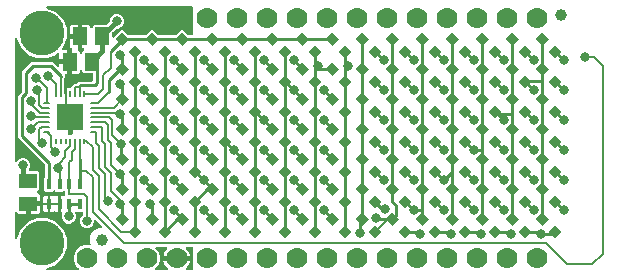
<source format=gbr>
G04 EAGLE Gerber RS-274X export*
G75*
%MOMM*%
%FSLAX34Y34*%
%LPD*%
%INTop Copper*%
%IPPOS*%
%AMOC8*
5,1,8,0,0,1.08239X$1,22.5*%
G01*
%ADD10R,0.800000X0.800000*%
%ADD11R,2.300000X2.300000*%
%ADD12C,0.180000*%
%ADD13R,1.500000X1.240000*%
%ADD14R,0.450000X0.900000*%
%ADD15R,1.240000X1.500000*%
%ADD16C,3.810000*%
%ADD17C,1.778000*%
%ADD18C,1.000000*%
%ADD19C,0.254000*%
%ADD20C,0.203200*%
%ADD21C,0.177800*%
%ADD22C,0.800100*%
%ADD23C,0.406400*%

G36*
X55790Y2545D02*
X55790Y2545D01*
X55819Y2542D01*
X55931Y2565D01*
X56043Y2581D01*
X56069Y2593D01*
X56098Y2598D01*
X56199Y2651D01*
X56302Y2697D01*
X56324Y2716D01*
X56351Y2729D01*
X56433Y2807D01*
X56519Y2880D01*
X56535Y2905D01*
X56557Y2925D01*
X56614Y3023D01*
X56677Y3117D01*
X56686Y3145D01*
X56700Y3170D01*
X56728Y3280D01*
X56762Y3388D01*
X56763Y3418D01*
X56770Y3446D01*
X56767Y3559D01*
X56770Y3672D01*
X56762Y3701D01*
X56761Y3730D01*
X56726Y3838D01*
X56698Y3947D01*
X56683Y3973D01*
X56674Y4001D01*
X56629Y4064D01*
X56553Y4192D01*
X56507Y4235D01*
X56479Y4274D01*
X54240Y6513D01*
X52577Y10527D01*
X52577Y14873D01*
X54240Y18887D01*
X57313Y21960D01*
X61327Y23623D01*
X65753Y23623D01*
X65792Y23628D01*
X65831Y23626D01*
X65932Y23648D01*
X66034Y23663D01*
X66070Y23678D01*
X66108Y23687D01*
X66199Y23736D01*
X66294Y23779D01*
X66324Y23804D01*
X66358Y23823D01*
X66432Y23896D01*
X66511Y23962D01*
X66532Y23995D01*
X66560Y24022D01*
X66611Y24113D01*
X66668Y24199D01*
X66680Y24236D01*
X66699Y24270D01*
X66723Y24371D01*
X66754Y24470D01*
X66755Y24509D01*
X66764Y24547D01*
X66759Y24651D01*
X66761Y24754D01*
X66752Y24792D01*
X66750Y24831D01*
X66722Y24904D01*
X66690Y25029D01*
X66652Y25093D01*
X66632Y25146D01*
X66199Y25895D01*
X66199Y31255D01*
X68879Y35896D01*
X73520Y38576D01*
X75312Y38576D01*
X75341Y38580D01*
X75370Y38577D01*
X75481Y38600D01*
X75593Y38616D01*
X75620Y38628D01*
X75649Y38633D01*
X75749Y38685D01*
X75853Y38732D01*
X75875Y38751D01*
X75901Y38764D01*
X75983Y38842D01*
X76070Y38915D01*
X76086Y38940D01*
X76107Y38960D01*
X76164Y39058D01*
X76227Y39152D01*
X76236Y39180D01*
X76251Y39205D01*
X76279Y39315D01*
X76313Y39423D01*
X76314Y39453D01*
X76321Y39481D01*
X76317Y39594D01*
X76320Y39707D01*
X76313Y39736D01*
X76312Y39765D01*
X76277Y39873D01*
X76248Y39982D01*
X76233Y40008D01*
X76224Y40036D01*
X76179Y40099D01*
X76103Y40227D01*
X76058Y40270D01*
X76030Y40309D01*
X71266Y45072D01*
X71243Y45090D01*
X71224Y45112D01*
X71129Y45175D01*
X71039Y45243D01*
X71012Y45253D01*
X70987Y45270D01*
X70879Y45304D01*
X70774Y45344D01*
X70744Y45347D01*
X70716Y45355D01*
X70603Y45358D01*
X70490Y45368D01*
X70462Y45362D01*
X70432Y45363D01*
X70323Y45334D01*
X70211Y45312D01*
X70185Y45298D01*
X70157Y45291D01*
X70060Y45233D01*
X69959Y45181D01*
X69938Y45161D01*
X69913Y45146D01*
X69835Y45063D01*
X69753Y44985D01*
X69738Y44960D01*
X69718Y44938D01*
X69667Y44838D01*
X69609Y44740D01*
X69602Y44711D01*
X69589Y44685D01*
X69576Y44608D01*
X69539Y44464D01*
X69541Y44402D01*
X69533Y44354D01*
X69533Y43250D01*
X68615Y41032D01*
X66918Y39335D01*
X64700Y38417D01*
X62300Y38417D01*
X60082Y39335D01*
X58385Y41032D01*
X57467Y43250D01*
X57467Y45650D01*
X58385Y47868D01*
X60154Y49636D01*
X60206Y49706D01*
X60266Y49770D01*
X60292Y49819D01*
X60325Y49863D01*
X60356Y49945D01*
X60396Y50023D01*
X60404Y50071D01*
X60426Y50129D01*
X60438Y50277D01*
X60451Y50354D01*
X60451Y51262D01*
X60443Y51320D01*
X60445Y51378D01*
X60423Y51460D01*
X60411Y51544D01*
X60388Y51597D01*
X60373Y51653D01*
X60330Y51726D01*
X60295Y51803D01*
X60257Y51848D01*
X60228Y51898D01*
X60166Y51956D01*
X60112Y52020D01*
X60063Y52052D01*
X60020Y52092D01*
X59945Y52131D01*
X59875Y52178D01*
X59819Y52195D01*
X59767Y52222D01*
X59699Y52233D01*
X59604Y52263D01*
X59504Y52266D01*
X59436Y52277D01*
X54646Y52277D01*
X54532Y52261D01*
X54418Y52251D01*
X54392Y52241D01*
X54364Y52237D01*
X54259Y52190D01*
X54152Y52149D01*
X54130Y52133D01*
X54105Y52121D01*
X54017Y52047D01*
X53926Y51978D01*
X53909Y51955D01*
X53888Y51938D01*
X53824Y51842D01*
X53755Y51750D01*
X53746Y51724D01*
X53730Y51701D01*
X53696Y51591D01*
X53655Y51484D01*
X53653Y51456D01*
X53644Y51430D01*
X53642Y51315D01*
X53632Y51201D01*
X53638Y51176D01*
X53637Y51146D01*
X53704Y50889D01*
X53708Y50873D01*
X54293Y49460D01*
X54293Y47060D01*
X53375Y44842D01*
X51678Y43145D01*
X49460Y42227D01*
X47060Y42227D01*
X44842Y43145D01*
X43145Y44842D01*
X42227Y47060D01*
X42227Y49460D01*
X42602Y50365D01*
X42630Y50477D01*
X42665Y50586D01*
X42666Y50614D01*
X42673Y50641D01*
X42669Y50755D01*
X42672Y50870D01*
X42665Y50897D01*
X42665Y50925D01*
X42630Y51034D01*
X42601Y51145D01*
X42586Y51169D01*
X42578Y51196D01*
X42514Y51291D01*
X42455Y51390D01*
X42435Y51409D01*
X42420Y51432D01*
X42332Y51506D01*
X42248Y51584D01*
X42223Y51597D01*
X42202Y51615D01*
X42097Y51662D01*
X41995Y51714D01*
X41970Y51718D01*
X41942Y51730D01*
X41679Y51767D01*
X41664Y51769D01*
X41574Y51769D01*
X41574Y58701D01*
X41566Y58759D01*
X41568Y58817D01*
X41562Y58837D01*
X41563Y58851D01*
X41574Y58919D01*
X41574Y65851D01*
X43034Y65851D01*
X43681Y65678D01*
X43878Y65563D01*
X43915Y65549D01*
X43947Y65527D01*
X44046Y65496D01*
X44142Y65457D01*
X44181Y65453D01*
X44218Y65441D01*
X44322Y65439D01*
X44425Y65428D01*
X44463Y65435D01*
X44502Y65434D01*
X44602Y65460D01*
X44705Y65479D01*
X44740Y65496D01*
X44777Y65506D01*
X44866Y65559D01*
X44959Y65605D01*
X44988Y65631D01*
X45022Y65651D01*
X45093Y65727D01*
X45169Y65797D01*
X45190Y65830D01*
X45216Y65858D01*
X45264Y65951D01*
X45318Y66039D01*
X45328Y66077D01*
X45346Y66112D01*
X45359Y66188D01*
X45393Y66313D01*
X45392Y66388D01*
X45401Y66443D01*
X45401Y68686D01*
X45397Y68715D01*
X45400Y68744D01*
X45377Y68855D01*
X45361Y68967D01*
X45349Y68994D01*
X45344Y69023D01*
X45292Y69123D01*
X45245Y69226D01*
X45226Y69249D01*
X45213Y69275D01*
X45135Y69357D01*
X45062Y69443D01*
X45037Y69460D01*
X45017Y69481D01*
X44919Y69538D01*
X44825Y69601D01*
X44797Y69610D01*
X44772Y69625D01*
X44662Y69653D01*
X44554Y69687D01*
X44525Y69688D01*
X44496Y69695D01*
X44383Y69691D01*
X44270Y69694D01*
X44241Y69687D01*
X44212Y69686D01*
X44104Y69651D01*
X43995Y69622D01*
X43969Y69607D01*
X43941Y69598D01*
X43877Y69553D01*
X43750Y69477D01*
X43707Y69431D01*
X43668Y69403D01*
X43542Y69277D01*
X37358Y69277D01*
X36668Y69967D01*
X36621Y70002D01*
X36581Y70045D01*
X36508Y70088D01*
X36441Y70138D01*
X36386Y70159D01*
X36336Y70189D01*
X36254Y70210D01*
X36175Y70240D01*
X36117Y70244D01*
X36060Y70259D01*
X35976Y70256D01*
X35892Y70263D01*
X35834Y70252D01*
X35776Y70250D01*
X35696Y70224D01*
X35613Y70207D01*
X35561Y70180D01*
X35505Y70162D01*
X35449Y70122D01*
X35361Y70076D01*
X35288Y70008D01*
X35232Y69967D01*
X34542Y69277D01*
X28358Y69277D01*
X27167Y70468D01*
X27167Y81152D01*
X27850Y81835D01*
X27902Y81904D01*
X27962Y81968D01*
X27988Y82018D01*
X28021Y82062D01*
X28052Y82144D01*
X28092Y82221D01*
X28100Y82269D01*
X28122Y82327D01*
X28134Y82475D01*
X28147Y82553D01*
X28147Y91856D01*
X28135Y91943D01*
X28132Y92030D01*
X28115Y92083D01*
X28107Y92138D01*
X28072Y92218D01*
X28045Y92301D01*
X28017Y92340D01*
X27991Y92397D01*
X27918Y92484D01*
X27897Y92519D01*
X27874Y92540D01*
X27850Y92574D01*
X5587Y114837D01*
X5587Y150593D01*
X7819Y152825D01*
X8465Y153471D01*
X8517Y153540D01*
X8577Y153604D01*
X8603Y153654D01*
X8636Y153698D01*
X8667Y153780D01*
X8707Y153857D01*
X8715Y153905D01*
X8737Y153964D01*
X8749Y154111D01*
X8762Y154189D01*
X8762Y170913D01*
X16412Y178563D01*
X35023Y178563D01*
X37255Y176331D01*
X38446Y175140D01*
X38470Y175122D01*
X38489Y175100D01*
X38583Y175037D01*
X38673Y174969D01*
X38701Y174958D01*
X38725Y174942D01*
X38833Y174908D01*
X38939Y174868D01*
X38968Y174865D01*
X38996Y174856D01*
X39110Y174853D01*
X39222Y174844D01*
X39251Y174850D01*
X39280Y174849D01*
X39390Y174878D01*
X39501Y174900D01*
X39527Y174913D01*
X39555Y174921D01*
X39653Y174978D01*
X39753Y175031D01*
X39775Y175051D01*
X39800Y175066D01*
X39877Y175148D01*
X39959Y175227D01*
X39974Y175252D01*
X39994Y175273D01*
X40046Y175374D01*
X40103Y175472D01*
X40110Y175500D01*
X40124Y175526D01*
X40137Y175604D01*
X40173Y175747D01*
X40171Y175810D01*
X40179Y175858D01*
X40179Y177039D01*
X46889Y177039D01*
X46889Y169029D01*
X45848Y169029D01*
X45790Y169021D01*
X45732Y169023D01*
X45650Y169001D01*
X45566Y168989D01*
X45513Y168966D01*
X45457Y168951D01*
X45384Y168908D01*
X45307Y168873D01*
X45262Y168835D01*
X45212Y168806D01*
X45154Y168744D01*
X45090Y168690D01*
X45058Y168641D01*
X45018Y168598D01*
X44979Y168523D01*
X44932Y168453D01*
X44915Y168397D01*
X44888Y168345D01*
X44877Y168277D01*
X44847Y168182D01*
X44844Y168082D01*
X44833Y168014D01*
X44833Y165232D01*
X44749Y165148D01*
X44697Y165079D01*
X44637Y165015D01*
X44611Y164965D01*
X44578Y164921D01*
X44547Y164839D01*
X44507Y164761D01*
X44499Y164714D01*
X44477Y164655D01*
X44465Y164508D01*
X44452Y164430D01*
X44452Y158636D01*
X44460Y158578D01*
X44458Y158520D01*
X44480Y158438D01*
X44492Y158354D01*
X44515Y158303D01*
X44515Y152080D01*
X44523Y152022D01*
X44521Y151964D01*
X44543Y151882D01*
X44554Y151799D01*
X44578Y151745D01*
X44593Y151689D01*
X44636Y151616D01*
X44671Y151539D01*
X44708Y151495D01*
X44738Y151445D01*
X44800Y151387D01*
X44854Y151322D01*
X44903Y151290D01*
X44946Y151250D01*
X45021Y151212D01*
X45091Y151165D01*
X45147Y151147D01*
X45199Y151121D01*
X45267Y151109D01*
X45362Y151079D01*
X45462Y151076D01*
X45530Y151065D01*
X45588Y151073D01*
X45646Y151072D01*
X45728Y151093D01*
X45812Y151105D01*
X45865Y151129D01*
X45922Y151144D01*
X45994Y151187D01*
X46071Y151221D01*
X46116Y151259D01*
X46166Y151289D01*
X46224Y151350D01*
X46288Y151405D01*
X46320Y151453D01*
X46360Y151496D01*
X46399Y151571D01*
X46446Y151641D01*
X46463Y151697D01*
X46490Y151749D01*
X46501Y151817D01*
X46531Y151912D01*
X46534Y152012D01*
X46545Y152080D01*
X46545Y157470D01*
X46858Y157386D01*
X47281Y157142D01*
X47344Y157117D01*
X47403Y157082D01*
X47475Y157064D01*
X47544Y157036D01*
X47612Y157029D01*
X47678Y157012D01*
X47753Y157015D01*
X47827Y157007D01*
X47894Y157019D01*
X47962Y157021D01*
X48033Y157044D01*
X48107Y157058D01*
X48168Y157088D01*
X48233Y157109D01*
X48238Y157113D01*
X49593Y157113D01*
X49651Y157121D01*
X49709Y157119D01*
X49791Y157141D01*
X49875Y157153D01*
X49928Y157176D01*
X49984Y157191D01*
X50057Y157234D01*
X50134Y157269D01*
X50179Y157307D01*
X50229Y157336D01*
X50287Y157398D01*
X50351Y157452D01*
X50383Y157501D01*
X50423Y157544D01*
X50462Y157619D01*
X50509Y157689D01*
X50526Y157745D01*
X50553Y157797D01*
X50564Y157865D01*
X50594Y157960D01*
X50597Y158060D01*
X50608Y158128D01*
X50608Y158690D01*
X52320Y160402D01*
X53710Y160402D01*
X53797Y160414D01*
X53884Y160417D01*
X53937Y160434D01*
X53992Y160442D01*
X54072Y160477D01*
X54155Y160504D01*
X54194Y160532D01*
X54251Y160558D01*
X54365Y160654D01*
X54428Y160699D01*
X56162Y162433D01*
X68072Y162433D01*
X68130Y162441D01*
X68188Y162439D01*
X68270Y162461D01*
X68354Y162473D01*
X68407Y162496D01*
X68463Y162511D01*
X68536Y162554D01*
X68613Y162589D01*
X68658Y162627D01*
X68708Y162656D01*
X68766Y162718D01*
X68830Y162772D01*
X68862Y162821D01*
X68902Y162864D01*
X68941Y162939D01*
X68988Y163009D01*
X69005Y163065D01*
X69032Y163117D01*
X69043Y163185D01*
X69073Y163280D01*
X69076Y163380D01*
X69087Y163448D01*
X69087Y168522D01*
X69079Y168580D01*
X69081Y168638D01*
X69059Y168720D01*
X69047Y168804D01*
X69024Y168857D01*
X69009Y168913D01*
X68966Y168986D01*
X68931Y169063D01*
X68893Y169108D01*
X68864Y169158D01*
X68802Y169216D01*
X68748Y169280D01*
X68699Y169312D01*
X68656Y169352D01*
X68581Y169391D01*
X68511Y169438D01*
X68455Y169455D01*
X68403Y169482D01*
X68335Y169493D01*
X68240Y169523D01*
X68140Y169526D01*
X68072Y169537D01*
X60878Y169537D01*
X59687Y170728D01*
X59687Y171087D01*
X59686Y171097D01*
X59687Y171107D01*
X59680Y171153D01*
X59681Y171189D01*
X59664Y171253D01*
X59647Y171369D01*
X59643Y171378D01*
X59642Y171387D01*
X59612Y171450D01*
X59609Y171464D01*
X59595Y171487D01*
X59585Y171507D01*
X59531Y171628D01*
X59525Y171635D01*
X59521Y171644D01*
X59433Y171744D01*
X59348Y171845D01*
X59339Y171850D01*
X59333Y171858D01*
X59221Y171929D01*
X59111Y172003D01*
X59102Y172006D01*
X59093Y172011D01*
X58966Y172048D01*
X58840Y172088D01*
X58830Y172089D01*
X58821Y172091D01*
X58688Y172092D01*
X58556Y172096D01*
X58546Y172093D01*
X58536Y172093D01*
X58408Y172057D01*
X58281Y172024D01*
X58272Y172019D01*
X58263Y172016D01*
X58150Y171946D01*
X58036Y171879D01*
X58029Y171871D01*
X58021Y171866D01*
X57932Y171768D01*
X57926Y171761D01*
X57910Y171748D01*
X57902Y171736D01*
X57842Y171671D01*
X57837Y171663D01*
X57831Y171655D01*
X57807Y171604D01*
X57784Y171558D01*
X57753Y171511D01*
X57741Y171474D01*
X57712Y171418D01*
X57706Y171383D01*
X57691Y171350D01*
X57488Y170589D01*
X57153Y170010D01*
X56680Y169537D01*
X56101Y169202D01*
X55454Y169029D01*
X50951Y169029D01*
X50951Y178054D01*
X50943Y178112D01*
X50944Y178170D01*
X50923Y178252D01*
X50911Y178335D01*
X50887Y178389D01*
X50873Y178445D01*
X50830Y178518D01*
X50795Y178595D01*
X50757Y178639D01*
X50727Y178690D01*
X50666Y178747D01*
X50611Y178812D01*
X50563Y178844D01*
X50520Y178884D01*
X50445Y178923D01*
X50375Y178969D01*
X50319Y178987D01*
X50267Y179014D01*
X50199Y179025D01*
X50104Y179055D01*
X50004Y179058D01*
X49936Y179069D01*
X48919Y179069D01*
X48919Y179071D01*
X49936Y179071D01*
X49994Y179079D01*
X50052Y179078D01*
X50134Y179099D01*
X50217Y179111D01*
X50271Y179135D01*
X50327Y179149D01*
X50400Y179192D01*
X50477Y179227D01*
X50521Y179265D01*
X50572Y179295D01*
X50629Y179356D01*
X50694Y179411D01*
X50726Y179459D01*
X50766Y179502D01*
X50805Y179577D01*
X50851Y179647D01*
X50869Y179703D01*
X50896Y179755D01*
X50907Y179823D01*
X50937Y179918D01*
X50940Y180018D01*
X50951Y180086D01*
X50951Y190020D01*
X50940Y190097D01*
X50939Y190175D01*
X50920Y190238D01*
X50911Y190302D01*
X50880Y190373D01*
X50857Y190447D01*
X50822Y190502D01*
X50795Y190561D01*
X50745Y190621D01*
X50703Y190686D01*
X50659Y190722D01*
X50611Y190778D01*
X50504Y190850D01*
X50444Y190900D01*
X50050Y191127D01*
X49577Y191600D01*
X49242Y192179D01*
X49069Y192826D01*
X49069Y198629D01*
X55779Y198629D01*
X55779Y189710D01*
X55790Y189633D01*
X55791Y189555D01*
X55810Y189492D01*
X55819Y189428D01*
X55850Y189357D01*
X55873Y189283D01*
X55908Y189228D01*
X55935Y189169D01*
X55985Y189109D01*
X56027Y189044D01*
X56070Y189008D01*
X56119Y188952D01*
X56227Y188880D01*
X56286Y188830D01*
X56680Y188603D01*
X57153Y188130D01*
X57488Y187551D01*
X57691Y186790D01*
X57695Y186781D01*
X57697Y186771D01*
X57751Y186650D01*
X57803Y186529D01*
X57809Y186521D01*
X57813Y186512D01*
X57898Y186411D01*
X57982Y186308D01*
X57990Y186302D01*
X57997Y186295D01*
X58107Y186222D01*
X58216Y186146D01*
X58225Y186143D01*
X58233Y186137D01*
X58360Y186097D01*
X58485Y186055D01*
X58495Y186055D01*
X58504Y186052D01*
X58637Y186048D01*
X58769Y186042D01*
X58779Y186045D01*
X58788Y186044D01*
X58916Y186078D01*
X59045Y186109D01*
X59054Y186114D01*
X59063Y186116D01*
X59177Y186184D01*
X59293Y186249D01*
X59299Y186256D01*
X59308Y186261D01*
X59398Y186358D01*
X59491Y186453D01*
X59496Y186462D01*
X59502Y186469D01*
X59562Y186586D01*
X59625Y186704D01*
X59627Y186713D01*
X59632Y186722D01*
X59641Y186777D01*
X59685Y186982D01*
X59681Y187017D01*
X59687Y187053D01*
X59687Y187412D01*
X61161Y188886D01*
X61179Y188910D01*
X61201Y188929D01*
X61264Y189023D01*
X61332Y189113D01*
X61343Y189141D01*
X61359Y189165D01*
X61393Y189273D01*
X61434Y189379D01*
X61436Y189408D01*
X61445Y189436D01*
X61448Y189550D01*
X61457Y189662D01*
X61451Y189691D01*
X61452Y189720D01*
X61423Y189830D01*
X61401Y189941D01*
X61388Y189967D01*
X61380Y189995D01*
X61322Y190093D01*
X61270Y190193D01*
X61250Y190215D01*
X61235Y190240D01*
X61152Y190317D01*
X61074Y190399D01*
X61049Y190414D01*
X61028Y190434D01*
X60927Y190486D01*
X60829Y190543D01*
X60801Y190550D01*
X60775Y190564D01*
X60697Y190577D01*
X60554Y190613D01*
X60491Y190611D01*
X60444Y190619D01*
X59841Y190619D01*
X59841Y199644D01*
X59833Y199702D01*
X59834Y199760D01*
X59813Y199842D01*
X59801Y199925D01*
X59777Y199979D01*
X59763Y200035D01*
X59720Y200108D01*
X59685Y200185D01*
X59647Y200229D01*
X59617Y200280D01*
X59556Y200337D01*
X59501Y200402D01*
X59453Y200434D01*
X59410Y200474D01*
X59335Y200513D01*
X59265Y200559D01*
X59209Y200577D01*
X59157Y200604D01*
X59089Y200615D01*
X58994Y200645D01*
X58894Y200648D01*
X58826Y200659D01*
X57809Y200659D01*
X57809Y200661D01*
X58826Y200661D01*
X58884Y200669D01*
X58942Y200668D01*
X59024Y200689D01*
X59107Y200701D01*
X59161Y200725D01*
X59217Y200739D01*
X59290Y200782D01*
X59367Y200817D01*
X59411Y200855D01*
X59462Y200885D01*
X59519Y200946D01*
X59584Y201001D01*
X59616Y201049D01*
X59656Y201092D01*
X59695Y201167D01*
X59741Y201237D01*
X59759Y201293D01*
X59786Y201345D01*
X59797Y201413D01*
X59827Y201508D01*
X59830Y201608D01*
X59841Y201676D01*
X59841Y210701D01*
X64344Y210701D01*
X64991Y210528D01*
X65570Y210193D01*
X66043Y209720D01*
X66378Y209141D01*
X66581Y208380D01*
X66585Y208371D01*
X66587Y208361D01*
X66641Y208241D01*
X66693Y208119D01*
X66699Y208111D01*
X66703Y208102D01*
X66788Y208001D01*
X66872Y207898D01*
X66880Y207892D01*
X66887Y207885D01*
X66997Y207812D01*
X67106Y207736D01*
X67115Y207733D01*
X67123Y207727D01*
X67250Y207687D01*
X67375Y207645D01*
X67385Y207645D01*
X67394Y207642D01*
X67527Y207638D01*
X67659Y207632D01*
X67669Y207635D01*
X67678Y207634D01*
X67806Y207668D01*
X67935Y207699D01*
X67944Y207704D01*
X67953Y207706D01*
X68067Y207774D01*
X68183Y207839D01*
X68189Y207846D01*
X68198Y207851D01*
X68289Y207948D01*
X68381Y208043D01*
X68386Y208051D01*
X68392Y208059D01*
X68453Y208177D01*
X68515Y208293D01*
X68517Y208303D01*
X68522Y208312D01*
X68531Y208368D01*
X68575Y208571D01*
X68571Y208607D01*
X68577Y208643D01*
X68577Y209002D01*
X69768Y210193D01*
X79564Y210193D01*
X79650Y210205D01*
X79738Y210208D01*
X79790Y210225D01*
X79845Y210233D01*
X79925Y210268D01*
X80008Y210295D01*
X80048Y210323D01*
X80105Y210349D01*
X80218Y210445D01*
X80282Y210490D01*
X82569Y212778D01*
X82622Y212848D01*
X82682Y212912D01*
X82707Y212961D01*
X82740Y213005D01*
X82771Y213087D01*
X82811Y213165D01*
X82819Y213212D01*
X82842Y213271D01*
X82854Y213418D01*
X82867Y213496D01*
X82867Y214560D01*
X83785Y216778D01*
X85482Y218475D01*
X87700Y219393D01*
X90100Y219393D01*
X92318Y218475D01*
X94015Y216778D01*
X94933Y214560D01*
X94933Y212160D01*
X94015Y209942D01*
X92318Y208245D01*
X90100Y207327D01*
X89036Y207327D01*
X88949Y207315D01*
X88862Y207312D01*
X88809Y207295D01*
X88754Y207287D01*
X88674Y207251D01*
X88591Y207224D01*
X88552Y207196D01*
X88495Y207171D01*
X88382Y207075D01*
X88318Y207029D01*
X85340Y204052D01*
X85288Y203982D01*
X85228Y203918D01*
X85202Y203869D01*
X85169Y203824D01*
X85138Y203743D01*
X85098Y203665D01*
X85090Y203617D01*
X85068Y203559D01*
X85056Y203411D01*
X85043Y203334D01*
X85043Y200612D01*
X85047Y200583D01*
X85044Y200554D01*
X85067Y200443D01*
X85083Y200330D01*
X85095Y200304D01*
X85100Y200275D01*
X85152Y200174D01*
X85199Y200071D01*
X85218Y200049D01*
X85231Y200023D01*
X85309Y199941D01*
X85382Y199854D01*
X85407Y199838D01*
X85427Y199816D01*
X85525Y199759D01*
X85619Y199696D01*
X85647Y199688D01*
X85672Y199673D01*
X85782Y199645D01*
X85890Y199611D01*
X85920Y199610D01*
X85948Y199603D01*
X86061Y199606D01*
X86174Y199603D01*
X86203Y199611D01*
X86232Y199612D01*
X86340Y199647D01*
X86449Y199675D01*
X86475Y199690D01*
X86503Y199699D01*
X86566Y199745D01*
X86694Y199820D01*
X86737Y199866D01*
X86776Y199894D01*
X92915Y206033D01*
X94599Y206033D01*
X98688Y201943D01*
X98758Y201891D01*
X98822Y201831D01*
X98871Y201806D01*
X98915Y201772D01*
X98997Y201741D01*
X99075Y201702D01*
X99123Y201694D01*
X99181Y201671D01*
X99329Y201659D01*
X99406Y201646D01*
X113507Y201646D01*
X113594Y201658D01*
X113681Y201661D01*
X113734Y201678D01*
X113789Y201686D01*
X113869Y201722D01*
X113952Y201749D01*
X113991Y201777D01*
X114048Y201802D01*
X114162Y201898D01*
X114225Y201943D01*
X118315Y206033D01*
X119999Y206033D01*
X124088Y201943D01*
X124158Y201891D01*
X124222Y201831D01*
X124271Y201806D01*
X124315Y201772D01*
X124397Y201741D01*
X124475Y201702D01*
X124523Y201694D01*
X124581Y201671D01*
X124729Y201659D01*
X124806Y201646D01*
X138907Y201646D01*
X138994Y201658D01*
X139081Y201661D01*
X139134Y201678D01*
X139189Y201686D01*
X139269Y201722D01*
X139352Y201749D01*
X139391Y201777D01*
X139448Y201802D01*
X139561Y201898D01*
X139625Y201943D01*
X143715Y206033D01*
X145399Y206033D01*
X149488Y201943D01*
X149558Y201891D01*
X149622Y201831D01*
X149671Y201806D01*
X149715Y201772D01*
X149797Y201741D01*
X149875Y201702D01*
X149923Y201694D01*
X149981Y201671D01*
X150129Y201659D01*
X150206Y201646D01*
X152400Y201646D01*
X152458Y201654D01*
X152516Y201653D01*
X152598Y201674D01*
X152682Y201686D01*
X152735Y201710D01*
X152791Y201725D01*
X152864Y201768D01*
X152941Y201802D01*
X152986Y201840D01*
X153036Y201870D01*
X153094Y201931D01*
X153158Y201986D01*
X153190Y202034D01*
X153230Y202077D01*
X153269Y202152D01*
X153316Y202222D01*
X153333Y202278D01*
X153360Y202330D01*
X153371Y202398D01*
X153401Y202493D01*
X153404Y202593D01*
X153415Y202661D01*
X153415Y225044D01*
X153407Y225102D01*
X153409Y225160D01*
X153387Y225242D01*
X153375Y225326D01*
X153352Y225379D01*
X153337Y225435D01*
X153294Y225508D01*
X153259Y225585D01*
X153221Y225630D01*
X153192Y225680D01*
X153130Y225738D01*
X153076Y225802D01*
X153027Y225834D01*
X152984Y225874D01*
X152909Y225913D01*
X152839Y225960D01*
X152783Y225977D01*
X152731Y226004D01*
X152663Y226015D01*
X152568Y226045D01*
X152468Y226048D01*
X152400Y226059D01*
X30409Y226059D01*
X30324Y226047D01*
X30238Y226045D01*
X30184Y226027D01*
X30127Y226019D01*
X30049Y225984D01*
X29967Y225958D01*
X29920Y225926D01*
X29868Y225903D01*
X29802Y225848D01*
X29731Y225800D01*
X29694Y225756D01*
X29651Y225720D01*
X29603Y225648D01*
X29548Y225582D01*
X29525Y225530D01*
X29493Y225483D01*
X29467Y225401D01*
X29432Y225322D01*
X29425Y225266D01*
X29407Y225212D01*
X29405Y225126D01*
X29393Y225041D01*
X29402Y224985D01*
X29400Y224928D01*
X29422Y224845D01*
X29434Y224760D01*
X29458Y224708D01*
X29472Y224653D01*
X29516Y224579D01*
X29551Y224500D01*
X29588Y224457D01*
X29617Y224408D01*
X29680Y224349D01*
X29736Y224284D01*
X29777Y224258D01*
X29824Y224214D01*
X29954Y224148D01*
X30020Y224106D01*
X37342Y221073D01*
X43273Y215142D01*
X46483Y207394D01*
X46483Y199006D01*
X43273Y191258D01*
X42859Y190844D01*
X42842Y190820D01*
X42819Y190801D01*
X42757Y190707D01*
X42688Y190617D01*
X42678Y190589D01*
X42662Y190565D01*
X42628Y190457D01*
X42587Y190351D01*
X42585Y190322D01*
X42576Y190294D01*
X42573Y190180D01*
X42564Y190068D01*
X42569Y190039D01*
X42569Y190010D01*
X42597Y189900D01*
X42620Y189789D01*
X42633Y189763D01*
X42640Y189735D01*
X42698Y189637D01*
X42751Y189537D01*
X42771Y189515D01*
X42786Y189490D01*
X42868Y189413D01*
X42946Y189331D01*
X42972Y189316D01*
X42993Y189296D01*
X43094Y189244D01*
X43192Y189187D01*
X43220Y189180D01*
X43246Y189166D01*
X43323Y189153D01*
X43467Y189117D01*
X43530Y189119D01*
X43577Y189111D01*
X46889Y189111D01*
X46889Y181101D01*
X40179Y181101D01*
X40179Y185713D01*
X40175Y185742D01*
X40178Y185771D01*
X40155Y185882D01*
X40139Y185994D01*
X40127Y186021D01*
X40122Y186050D01*
X40069Y186150D01*
X40023Y186254D01*
X40004Y186276D01*
X39991Y186302D01*
X39913Y186384D01*
X39840Y186471D01*
X39815Y186487D01*
X39795Y186508D01*
X39697Y186565D01*
X39603Y186628D01*
X39575Y186637D01*
X39550Y186652D01*
X39440Y186680D01*
X39332Y186714D01*
X39302Y186715D01*
X39274Y186722D01*
X39161Y186718D01*
X39048Y186721D01*
X39019Y186714D01*
X38990Y186713D01*
X38882Y186678D01*
X38773Y186650D01*
X38747Y186635D01*
X38719Y186626D01*
X38655Y186580D01*
X38528Y186504D01*
X38485Y186459D01*
X38446Y186431D01*
X37342Y185327D01*
X29594Y182117D01*
X21206Y182117D01*
X13458Y185327D01*
X7527Y191258D01*
X4494Y198580D01*
X4450Y198654D01*
X4415Y198732D01*
X4378Y198776D01*
X4349Y198825D01*
X4287Y198884D01*
X4231Y198949D01*
X4184Y198981D01*
X4143Y199020D01*
X4066Y199059D01*
X3995Y199107D01*
X3941Y199124D01*
X3890Y199150D01*
X3806Y199167D01*
X3724Y199193D01*
X3667Y199194D01*
X3611Y199205D01*
X3526Y199198D01*
X3440Y199200D01*
X3385Y199186D01*
X3328Y199181D01*
X3248Y199150D01*
X3165Y199128D01*
X3116Y199099D01*
X3063Y199079D01*
X2994Y199027D01*
X2920Y198983D01*
X2881Y198941D01*
X2836Y198907D01*
X2785Y198838D01*
X2726Y198776D01*
X2700Y198725D01*
X2666Y198679D01*
X2635Y198599D01*
X2596Y198522D01*
X2588Y198474D01*
X2565Y198413D01*
X2554Y198269D01*
X2541Y198191D01*
X2541Y95439D01*
X2545Y95410D01*
X2542Y95381D01*
X2565Y95270D01*
X2581Y95158D01*
X2593Y95131D01*
X2598Y95102D01*
X2651Y95001D01*
X2697Y94898D01*
X2716Y94876D01*
X2729Y94850D01*
X2807Y94768D01*
X2880Y94681D01*
X2905Y94665D01*
X2925Y94644D01*
X3023Y94586D01*
X3117Y94524D01*
X3145Y94515D01*
X3170Y94500D01*
X3280Y94472D01*
X3388Y94438D01*
X3418Y94437D01*
X3446Y94430D01*
X3559Y94433D01*
X3672Y94430D01*
X3701Y94438D01*
X3730Y94439D01*
X3838Y94474D01*
X3947Y94502D01*
X3973Y94517D01*
X4001Y94526D01*
X4064Y94572D01*
X4192Y94648D01*
X4235Y94693D01*
X4274Y94721D01*
X6107Y96555D01*
X8325Y97473D01*
X10725Y97473D01*
X12943Y96555D01*
X14640Y94858D01*
X15558Y92640D01*
X15558Y90240D01*
X14637Y88015D01*
X14623Y88003D01*
X14560Y87909D01*
X14492Y87819D01*
X14482Y87791D01*
X14466Y87767D01*
X14431Y87659D01*
X14391Y87553D01*
X14389Y87524D01*
X14380Y87496D01*
X14377Y87383D01*
X14367Y87270D01*
X14373Y87241D01*
X14372Y87212D01*
X14401Y87102D01*
X14423Y86991D01*
X14437Y86965D01*
X14444Y86937D01*
X14502Y86839D01*
X14554Y86739D01*
X14575Y86717D01*
X14590Y86692D01*
X14672Y86615D01*
X14750Y86533D01*
X14775Y86518D01*
X14797Y86498D01*
X14898Y86446D01*
X14995Y86389D01*
X15024Y86382D01*
X15050Y86368D01*
X15127Y86355D01*
X15271Y86319D01*
X15333Y86321D01*
X15381Y86313D01*
X22312Y86313D01*
X23503Y85122D01*
X23503Y71038D01*
X22312Y69847D01*
X21953Y69847D01*
X21943Y69846D01*
X21933Y69847D01*
X21803Y69826D01*
X21671Y69807D01*
X21662Y69803D01*
X21653Y69802D01*
X21533Y69745D01*
X21412Y69691D01*
X21405Y69685D01*
X21396Y69681D01*
X21296Y69593D01*
X21195Y69508D01*
X21190Y69499D01*
X21182Y69493D01*
X21111Y69381D01*
X21037Y69271D01*
X21034Y69262D01*
X21029Y69253D01*
X20992Y69126D01*
X20952Y69000D01*
X20951Y68990D01*
X20949Y68981D01*
X20948Y68848D01*
X20944Y68716D01*
X20947Y68706D01*
X20947Y68696D01*
X20983Y68568D01*
X21016Y68441D01*
X21021Y68432D01*
X21024Y68423D01*
X21094Y68310D01*
X21161Y68196D01*
X21169Y68189D01*
X21174Y68181D01*
X21272Y68092D01*
X21369Y68002D01*
X21377Y67997D01*
X21385Y67991D01*
X21436Y67967D01*
X21622Y67872D01*
X21657Y67866D01*
X21690Y67851D01*
X22451Y67648D01*
X23030Y67313D01*
X23503Y66840D01*
X23838Y66261D01*
X24011Y65614D01*
X24011Y61111D01*
X14986Y61111D01*
X14928Y61103D01*
X14870Y61104D01*
X14788Y61083D01*
X14705Y61071D01*
X14651Y61047D01*
X14595Y61033D01*
X14522Y60990D01*
X14445Y60955D01*
X14401Y60917D01*
X14350Y60887D01*
X14293Y60826D01*
X14228Y60771D01*
X14196Y60723D01*
X14156Y60680D01*
X14117Y60605D01*
X14071Y60535D01*
X14053Y60479D01*
X14026Y60427D01*
X14015Y60359D01*
X13985Y60264D01*
X13982Y60164D01*
X13971Y60096D01*
X13971Y59079D01*
X12954Y59079D01*
X12896Y59071D01*
X12838Y59072D01*
X12756Y59051D01*
X12673Y59039D01*
X12619Y59015D01*
X12563Y59001D01*
X12490Y58958D01*
X12413Y58923D01*
X12368Y58885D01*
X12318Y58855D01*
X12260Y58794D01*
X12196Y58739D01*
X12164Y58691D01*
X12124Y58648D01*
X12085Y58573D01*
X12039Y58503D01*
X12021Y58447D01*
X11994Y58395D01*
X11983Y58327D01*
X11953Y58232D01*
X11950Y58132D01*
X11939Y58064D01*
X11939Y50339D01*
X6136Y50339D01*
X5489Y50512D01*
X4910Y50847D01*
X4437Y51320D01*
X4435Y51323D01*
X4423Y51338D01*
X4415Y51356D01*
X4336Y51450D01*
X4260Y51547D01*
X4244Y51558D01*
X4231Y51573D01*
X4129Y51642D01*
X4030Y51713D01*
X4011Y51720D01*
X3995Y51731D01*
X3877Y51768D01*
X3762Y51809D01*
X3743Y51811D01*
X3724Y51817D01*
X3601Y51820D01*
X3478Y51828D01*
X3459Y51823D01*
X3440Y51824D01*
X3321Y51793D01*
X3201Y51766D01*
X3183Y51757D01*
X3165Y51752D01*
X3059Y51689D01*
X2951Y51631D01*
X2937Y51617D01*
X2920Y51607D01*
X2836Y51517D01*
X2749Y51431D01*
X2739Y51414D01*
X2726Y51399D01*
X2670Y51290D01*
X2610Y51183D01*
X2605Y51164D01*
X2596Y51146D01*
X2584Y51074D01*
X2545Y50906D01*
X2547Y50855D01*
X2541Y50815D01*
X2541Y30409D01*
X2553Y30324D01*
X2555Y30238D01*
X2573Y30184D01*
X2581Y30127D01*
X2616Y30049D01*
X2642Y29967D01*
X2674Y29920D01*
X2697Y29868D01*
X2752Y29802D01*
X2800Y29731D01*
X2844Y29694D01*
X2880Y29651D01*
X2952Y29603D01*
X3018Y29548D01*
X3070Y29525D01*
X3117Y29493D01*
X3199Y29467D01*
X3278Y29432D01*
X3334Y29425D01*
X3388Y29407D01*
X3474Y29405D01*
X3559Y29393D01*
X3615Y29402D01*
X3672Y29400D01*
X3755Y29422D01*
X3840Y29434D01*
X3892Y29458D01*
X3947Y29472D01*
X4021Y29516D01*
X4100Y29551D01*
X4143Y29588D01*
X4192Y29617D01*
X4251Y29680D01*
X4316Y29736D01*
X4342Y29777D01*
X4386Y29824D01*
X4452Y29954D01*
X4494Y30020D01*
X7527Y37342D01*
X13458Y43273D01*
X21206Y46483D01*
X29594Y46483D01*
X37342Y43273D01*
X43273Y37342D01*
X46483Y29594D01*
X46483Y21206D01*
X43273Y13458D01*
X37342Y7527D01*
X30020Y4494D01*
X29946Y4450D01*
X29868Y4415D01*
X29824Y4378D01*
X29775Y4349D01*
X29716Y4287D01*
X29651Y4231D01*
X29619Y4184D01*
X29580Y4143D01*
X29541Y4066D01*
X29493Y3995D01*
X29476Y3941D01*
X29450Y3890D01*
X29433Y3806D01*
X29407Y3724D01*
X29406Y3667D01*
X29395Y3611D01*
X29402Y3526D01*
X29400Y3440D01*
X29414Y3385D01*
X29419Y3328D01*
X29450Y3248D01*
X29472Y3165D01*
X29501Y3116D01*
X29521Y3063D01*
X29573Y2994D01*
X29617Y2920D01*
X29659Y2881D01*
X29693Y2836D01*
X29762Y2785D01*
X29824Y2726D01*
X29875Y2700D01*
X29921Y2666D01*
X30001Y2635D01*
X30078Y2596D01*
X30126Y2588D01*
X30187Y2565D01*
X30331Y2554D01*
X30409Y2541D01*
X55761Y2541D01*
X55790Y2545D01*
G37*
G36*
X131272Y2545D02*
X131272Y2545D01*
X131301Y2542D01*
X131412Y2565D01*
X131524Y2581D01*
X131551Y2593D01*
X131580Y2598D01*
X131680Y2651D01*
X131784Y2697D01*
X131806Y2716D01*
X131832Y2729D01*
X131914Y2807D01*
X132001Y2880D01*
X132017Y2905D01*
X132038Y2925D01*
X132095Y3023D01*
X132158Y3117D01*
X132167Y3145D01*
X132182Y3170D01*
X132210Y3280D01*
X132244Y3388D01*
X132245Y3418D01*
X132252Y3446D01*
X132248Y3559D01*
X132251Y3672D01*
X132244Y3701D01*
X132243Y3730D01*
X132208Y3838D01*
X132180Y3947D01*
X132165Y3973D01*
X132156Y4001D01*
X132110Y4065D01*
X132034Y4192D01*
X131989Y4235D01*
X131961Y4274D01*
X130981Y5253D01*
X129924Y6709D01*
X129107Y8312D01*
X128551Y10023D01*
X128448Y10669D01*
X138684Y10669D01*
X138742Y10677D01*
X138800Y10675D01*
X138882Y10697D01*
X138965Y10709D01*
X139019Y10733D01*
X139075Y10747D01*
X139148Y10790D01*
X139225Y10825D01*
X139269Y10863D01*
X139320Y10893D01*
X139377Y10954D01*
X139442Y11009D01*
X139474Y11057D01*
X139514Y11100D01*
X139553Y11175D01*
X139599Y11245D01*
X139617Y11301D01*
X139644Y11353D01*
X139655Y11421D01*
X139685Y11516D01*
X139688Y11616D01*
X139699Y11684D01*
X139699Y13716D01*
X139691Y13773D01*
X139692Y13825D01*
X139692Y13832D01*
X139671Y13914D01*
X139659Y13997D01*
X139635Y14051D01*
X139621Y14107D01*
X139578Y14180D01*
X139543Y14257D01*
X139505Y14302D01*
X139475Y14352D01*
X139414Y14410D01*
X139359Y14474D01*
X139311Y14506D01*
X139268Y14546D01*
X139193Y14585D01*
X139123Y14631D01*
X139067Y14649D01*
X139015Y14676D01*
X138947Y14687D01*
X138852Y14717D01*
X138752Y14720D01*
X138684Y14731D01*
X128448Y14731D01*
X128551Y15377D01*
X129107Y17088D01*
X129924Y18691D01*
X130981Y20147D01*
X131453Y20618D01*
X131470Y20642D01*
X131493Y20661D01*
X131555Y20755D01*
X131624Y20845D01*
X131634Y20873D01*
X131650Y20897D01*
X131684Y21005D01*
X131725Y21111D01*
X131727Y21140D01*
X131736Y21168D01*
X131739Y21281D01*
X131748Y21394D01*
X131743Y21423D01*
X131743Y21452D01*
X131715Y21562D01*
X131692Y21673D01*
X131679Y21699D01*
X131672Y21727D01*
X131614Y21825D01*
X131561Y21925D01*
X131541Y21947D01*
X131526Y21972D01*
X131444Y22049D01*
X131366Y22131D01*
X131340Y22146D01*
X131319Y22166D01*
X131218Y22218D01*
X131120Y22275D01*
X131092Y22282D01*
X131066Y22296D01*
X130989Y22309D01*
X130845Y22345D01*
X130782Y22343D01*
X130735Y22351D01*
X122547Y22351D01*
X122518Y22347D01*
X122489Y22350D01*
X122377Y22327D01*
X122265Y22311D01*
X122239Y22299D01*
X122210Y22294D01*
X122109Y22241D01*
X122006Y22195D01*
X121984Y22176D01*
X121957Y22163D01*
X121875Y22085D01*
X121789Y22012D01*
X121773Y21987D01*
X121751Y21967D01*
X121694Y21869D01*
X121631Y21775D01*
X121622Y21747D01*
X121608Y21722D01*
X121580Y21612D01*
X121546Y21504D01*
X121545Y21474D01*
X121538Y21446D01*
X121541Y21333D01*
X121538Y21220D01*
X121546Y21191D01*
X121547Y21162D01*
X121582Y21054D01*
X121610Y20945D01*
X121625Y20919D01*
X121634Y20891D01*
X121680Y20828D01*
X121755Y20700D01*
X121801Y20657D01*
X121829Y20618D01*
X123560Y18887D01*
X125223Y14873D01*
X125223Y10527D01*
X123560Y6513D01*
X121321Y4274D01*
X121303Y4250D01*
X121281Y4231D01*
X121218Y4137D01*
X121150Y4047D01*
X121140Y4019D01*
X121123Y3995D01*
X121089Y3887D01*
X121049Y3781D01*
X121046Y3752D01*
X121038Y3724D01*
X121035Y3610D01*
X121025Y3498D01*
X121031Y3469D01*
X121030Y3440D01*
X121059Y3330D01*
X121081Y3219D01*
X121095Y3193D01*
X121102Y3165D01*
X121160Y3067D01*
X121212Y2967D01*
X121232Y2945D01*
X121247Y2920D01*
X121330Y2843D01*
X121408Y2761D01*
X121433Y2746D01*
X121455Y2726D01*
X121555Y2674D01*
X121653Y2617D01*
X121682Y2610D01*
X121708Y2596D01*
X121785Y2583D01*
X121929Y2547D01*
X121991Y2549D01*
X122039Y2541D01*
X131243Y2541D01*
X131272Y2545D01*
G37*
G36*
X152458Y2549D02*
X152458Y2549D01*
X152516Y2547D01*
X152598Y2569D01*
X152682Y2581D01*
X152735Y2604D01*
X152791Y2619D01*
X152864Y2662D01*
X152941Y2697D01*
X152986Y2735D01*
X153036Y2764D01*
X153094Y2826D01*
X153158Y2880D01*
X153190Y2929D01*
X153230Y2972D01*
X153269Y3047D01*
X153316Y3117D01*
X153333Y3173D01*
X153360Y3225D01*
X153371Y3293D01*
X153401Y3388D01*
X153404Y3488D01*
X153415Y3556D01*
X153415Y21336D01*
X153407Y21394D01*
X153409Y21452D01*
X153387Y21534D01*
X153375Y21618D01*
X153352Y21671D01*
X153337Y21727D01*
X153294Y21800D01*
X153259Y21877D01*
X153221Y21922D01*
X153192Y21972D01*
X153130Y22030D01*
X153076Y22094D01*
X153027Y22126D01*
X152984Y22166D01*
X152909Y22205D01*
X152839Y22252D01*
X152783Y22269D01*
X152731Y22296D01*
X152663Y22307D01*
X152568Y22337D01*
X152468Y22340D01*
X152400Y22351D01*
X148665Y22351D01*
X148636Y22347D01*
X148607Y22350D01*
X148496Y22327D01*
X148384Y22311D01*
X148357Y22299D01*
X148328Y22294D01*
X148228Y22241D01*
X148124Y22195D01*
X148102Y22176D01*
X148076Y22163D01*
X147994Y22085D01*
X147907Y22012D01*
X147891Y21987D01*
X147870Y21967D01*
X147813Y21869D01*
X147750Y21775D01*
X147741Y21747D01*
X147726Y21722D01*
X147698Y21612D01*
X147664Y21504D01*
X147663Y21474D01*
X147656Y21446D01*
X147660Y21333D01*
X147657Y21220D01*
X147664Y21191D01*
X147665Y21162D01*
X147700Y21054D01*
X147728Y20945D01*
X147743Y20919D01*
X147752Y20891D01*
X147798Y20827D01*
X147874Y20700D01*
X147919Y20657D01*
X147947Y20618D01*
X148419Y20147D01*
X149476Y18691D01*
X150293Y17088D01*
X150849Y15377D01*
X150952Y14731D01*
X140716Y14731D01*
X140658Y14723D01*
X140600Y14725D01*
X140518Y14703D01*
X140435Y14691D01*
X140381Y14667D01*
X140325Y14653D01*
X140252Y14610D01*
X140175Y14575D01*
X140131Y14537D01*
X140080Y14507D01*
X140023Y14446D01*
X139958Y14391D01*
X139926Y14343D01*
X139886Y14300D01*
X139847Y14225D01*
X139801Y14155D01*
X139783Y14099D01*
X139756Y14047D01*
X139745Y13979D01*
X139715Y13884D01*
X139712Y13784D01*
X139701Y13716D01*
X139701Y11684D01*
X139709Y11626D01*
X139708Y11568D01*
X139729Y11486D01*
X139741Y11403D01*
X139765Y11349D01*
X139779Y11293D01*
X139822Y11220D01*
X139857Y11143D01*
X139895Y11098D01*
X139925Y11048D01*
X139986Y10990D01*
X140041Y10926D01*
X140089Y10894D01*
X140132Y10854D01*
X140207Y10815D01*
X140277Y10769D01*
X140333Y10751D01*
X140385Y10724D01*
X140453Y10713D01*
X140548Y10683D01*
X140648Y10680D01*
X140716Y10669D01*
X150952Y10669D01*
X150849Y10023D01*
X150293Y8312D01*
X149476Y6709D01*
X148419Y5253D01*
X147439Y4274D01*
X147422Y4250D01*
X147399Y4231D01*
X147337Y4137D01*
X147268Y4047D01*
X147258Y4019D01*
X147242Y3995D01*
X147208Y3887D01*
X147167Y3781D01*
X147165Y3752D01*
X147156Y3724D01*
X147153Y3610D01*
X147144Y3498D01*
X147149Y3469D01*
X147149Y3440D01*
X147177Y3330D01*
X147200Y3219D01*
X147213Y3193D01*
X147220Y3165D01*
X147278Y3067D01*
X147331Y2967D01*
X147351Y2945D01*
X147366Y2920D01*
X147448Y2843D01*
X147526Y2761D01*
X147552Y2746D01*
X147573Y2726D01*
X147674Y2674D01*
X147772Y2617D01*
X147800Y2610D01*
X147826Y2596D01*
X147904Y2583D01*
X148047Y2547D01*
X148110Y2549D01*
X148157Y2541D01*
X152400Y2541D01*
X152458Y2549D01*
G37*
G36*
X50604Y117121D02*
X50604Y117121D01*
X50662Y117119D01*
X50744Y117141D01*
X50827Y117153D01*
X50881Y117176D01*
X50937Y117191D01*
X51010Y117234D01*
X51087Y117269D01*
X51131Y117307D01*
X51182Y117336D01*
X51239Y117398D01*
X51304Y117452D01*
X51336Y117501D01*
X51376Y117544D01*
X51415Y117619D01*
X51461Y117689D01*
X51479Y117745D01*
X51506Y117797D01*
X51517Y117865D01*
X51547Y117960D01*
X51550Y118060D01*
X51561Y118128D01*
X51561Y131064D01*
X51553Y131122D01*
X51554Y131180D01*
X51533Y131262D01*
X51521Y131345D01*
X51497Y131399D01*
X51483Y131455D01*
X51440Y131528D01*
X51405Y131605D01*
X51367Y131649D01*
X51337Y131700D01*
X51276Y131757D01*
X51221Y131822D01*
X51173Y131854D01*
X51130Y131894D01*
X51055Y131933D01*
X50985Y131979D01*
X50929Y131997D01*
X50877Y132024D01*
X50809Y132035D01*
X50714Y132065D01*
X50614Y132068D01*
X50546Y132079D01*
X48514Y132079D01*
X48456Y132071D01*
X48398Y132072D01*
X48316Y132051D01*
X48233Y132039D01*
X48179Y132015D01*
X48123Y132001D01*
X48050Y131958D01*
X47973Y131923D01*
X47928Y131885D01*
X47878Y131855D01*
X47820Y131794D01*
X47756Y131739D01*
X47724Y131691D01*
X47684Y131648D01*
X47645Y131573D01*
X47599Y131503D01*
X47581Y131447D01*
X47554Y131395D01*
X47543Y131327D01*
X47513Y131232D01*
X47510Y131132D01*
X47499Y131064D01*
X47499Y118128D01*
X47507Y118070D01*
X47505Y118012D01*
X47527Y117930D01*
X47539Y117846D01*
X47563Y117793D01*
X47577Y117737D01*
X47620Y117664D01*
X47655Y117587D01*
X47693Y117542D01*
X47723Y117492D01*
X47784Y117434D01*
X47839Y117370D01*
X47887Y117338D01*
X47930Y117298D01*
X48005Y117259D01*
X48075Y117212D01*
X48131Y117195D01*
X48183Y117168D01*
X48251Y117157D01*
X48346Y117127D01*
X48446Y117124D01*
X48514Y117113D01*
X50546Y117113D01*
X50604Y117121D01*
G37*
%LPC*%
G36*
X49069Y202691D02*
X49069Y202691D01*
X49069Y208494D01*
X49242Y209141D01*
X49577Y209720D01*
X50050Y210193D01*
X50629Y210528D01*
X51276Y210701D01*
X55779Y210701D01*
X55779Y202691D01*
X49069Y202691D01*
G37*
%LPD*%
%LPC*%
G36*
X16001Y50339D02*
X16001Y50339D01*
X16001Y57049D01*
X24011Y57049D01*
X24011Y52546D01*
X23838Y51899D01*
X23503Y51320D01*
X23030Y50847D01*
X22451Y50512D01*
X21804Y50339D01*
X16001Y50339D01*
G37*
%LPD*%
%LPC*%
G36*
X32574Y59934D02*
X32574Y59934D01*
X32574Y65851D01*
X34034Y65851D01*
X34681Y65678D01*
X35286Y65328D01*
X35319Y65293D01*
X35392Y65251D01*
X35459Y65200D01*
X35514Y65179D01*
X35565Y65150D01*
X35646Y65129D01*
X35725Y65099D01*
X35783Y65094D01*
X35840Y65080D01*
X35924Y65082D01*
X36008Y65075D01*
X36066Y65087D01*
X36124Y65089D01*
X36205Y65115D01*
X36287Y65131D01*
X36339Y65158D01*
X36395Y65176D01*
X36451Y65216D01*
X36539Y65262D01*
X36601Y65320D01*
X37219Y65678D01*
X37866Y65851D01*
X39326Y65851D01*
X39326Y59934D01*
X32574Y59934D01*
G37*
%LPD*%
%LPC*%
G36*
X32574Y51769D02*
X32574Y51769D01*
X32574Y57686D01*
X39326Y57686D01*
X39326Y51769D01*
X37866Y51769D01*
X37219Y51942D01*
X36614Y52292D01*
X36581Y52327D01*
X36508Y52369D01*
X36441Y52420D01*
X36386Y52441D01*
X36336Y52470D01*
X36254Y52491D01*
X36175Y52521D01*
X36117Y52526D01*
X36060Y52540D01*
X35976Y52538D01*
X35892Y52545D01*
X35835Y52533D01*
X35776Y52531D01*
X35696Y52505D01*
X35613Y52489D01*
X35561Y52462D01*
X35505Y52444D01*
X35449Y52404D01*
X35361Y52358D01*
X35300Y52300D01*
X34681Y51942D01*
X34034Y51769D01*
X32574Y51769D01*
G37*
%LPD*%
%LPC*%
G36*
X26659Y59934D02*
X26659Y59934D01*
X26659Y63644D01*
X26832Y64291D01*
X27167Y64870D01*
X27640Y65343D01*
X28219Y65678D01*
X28866Y65851D01*
X30326Y65851D01*
X30326Y59934D01*
X26659Y59934D01*
G37*
%LPD*%
%LPC*%
G36*
X28866Y51769D02*
X28866Y51769D01*
X28219Y51942D01*
X27640Y52277D01*
X27167Y52750D01*
X26832Y53329D01*
X26659Y53976D01*
X26659Y57686D01*
X30326Y57686D01*
X30326Y51769D01*
X28866Y51769D01*
G37*
%LPD*%
D10*
G36*
X98707Y35337D02*
X104363Y40993D01*
X110019Y35337D01*
X104363Y29681D01*
X98707Y35337D01*
G37*
G36*
X88101Y45943D02*
X93757Y51599D01*
X99413Y45943D01*
X93757Y40287D01*
X88101Y45943D01*
G37*
G36*
X98707Y60737D02*
X104363Y66393D01*
X110019Y60737D01*
X104363Y55081D01*
X98707Y60737D01*
G37*
G36*
X88101Y71343D02*
X93757Y76999D01*
X99413Y71343D01*
X93757Y65687D01*
X88101Y71343D01*
G37*
G36*
X98707Y86137D02*
X104363Y91793D01*
X110019Y86137D01*
X104363Y80481D01*
X98707Y86137D01*
G37*
G36*
X88101Y96743D02*
X93757Y102399D01*
X99413Y96743D01*
X93757Y91087D01*
X88101Y96743D01*
G37*
G36*
X98707Y111537D02*
X104363Y117193D01*
X110019Y111537D01*
X104363Y105881D01*
X98707Y111537D01*
G37*
G36*
X88101Y122143D02*
X93757Y127799D01*
X99413Y122143D01*
X93757Y116487D01*
X88101Y122143D01*
G37*
G36*
X98707Y136937D02*
X104363Y142593D01*
X110019Y136937D01*
X104363Y131281D01*
X98707Y136937D01*
G37*
G36*
X88101Y147543D02*
X93757Y153199D01*
X99413Y147543D01*
X93757Y141887D01*
X88101Y147543D01*
G37*
G36*
X98707Y162337D02*
X104363Y167993D01*
X110019Y162337D01*
X104363Y156681D01*
X98707Y162337D01*
G37*
G36*
X88101Y172943D02*
X93757Y178599D01*
X99413Y172943D01*
X93757Y167287D01*
X88101Y172943D01*
G37*
G36*
X98707Y187737D02*
X104363Y193393D01*
X110019Y187737D01*
X104363Y182081D01*
X98707Y187737D01*
G37*
G36*
X88101Y198343D02*
X93757Y203999D01*
X99413Y198343D01*
X93757Y192687D01*
X88101Y198343D01*
G37*
G36*
X124107Y35337D02*
X129763Y40993D01*
X135419Y35337D01*
X129763Y29681D01*
X124107Y35337D01*
G37*
G36*
X113501Y45943D02*
X119157Y51599D01*
X124813Y45943D01*
X119157Y40287D01*
X113501Y45943D01*
G37*
G36*
X124107Y60737D02*
X129763Y66393D01*
X135419Y60737D01*
X129763Y55081D01*
X124107Y60737D01*
G37*
G36*
X113501Y71343D02*
X119157Y76999D01*
X124813Y71343D01*
X119157Y65687D01*
X113501Y71343D01*
G37*
G36*
X124107Y86137D02*
X129763Y91793D01*
X135419Y86137D01*
X129763Y80481D01*
X124107Y86137D01*
G37*
G36*
X113501Y96743D02*
X119157Y102399D01*
X124813Y96743D01*
X119157Y91087D01*
X113501Y96743D01*
G37*
G36*
X124107Y111537D02*
X129763Y117193D01*
X135419Y111537D01*
X129763Y105881D01*
X124107Y111537D01*
G37*
G36*
X113501Y122143D02*
X119157Y127799D01*
X124813Y122143D01*
X119157Y116487D01*
X113501Y122143D01*
G37*
G36*
X124107Y136937D02*
X129763Y142593D01*
X135419Y136937D01*
X129763Y131281D01*
X124107Y136937D01*
G37*
G36*
X113501Y147543D02*
X119157Y153199D01*
X124813Y147543D01*
X119157Y141887D01*
X113501Y147543D01*
G37*
G36*
X124107Y162337D02*
X129763Y167993D01*
X135419Y162337D01*
X129763Y156681D01*
X124107Y162337D01*
G37*
G36*
X113501Y172943D02*
X119157Y178599D01*
X124813Y172943D01*
X119157Y167287D01*
X113501Y172943D01*
G37*
G36*
X124107Y187737D02*
X129763Y193393D01*
X135419Y187737D01*
X129763Y182081D01*
X124107Y187737D01*
G37*
G36*
X113501Y198343D02*
X119157Y203999D01*
X124813Y198343D01*
X119157Y192687D01*
X113501Y198343D01*
G37*
G36*
X149507Y35337D02*
X155163Y40993D01*
X160819Y35337D01*
X155163Y29681D01*
X149507Y35337D01*
G37*
G36*
X138901Y45943D02*
X144557Y51599D01*
X150213Y45943D01*
X144557Y40287D01*
X138901Y45943D01*
G37*
G36*
X149507Y60737D02*
X155163Y66393D01*
X160819Y60737D01*
X155163Y55081D01*
X149507Y60737D01*
G37*
G36*
X138901Y71343D02*
X144557Y76999D01*
X150213Y71343D01*
X144557Y65687D01*
X138901Y71343D01*
G37*
G36*
X149507Y86137D02*
X155163Y91793D01*
X160819Y86137D01*
X155163Y80481D01*
X149507Y86137D01*
G37*
G36*
X138901Y96743D02*
X144557Y102399D01*
X150213Y96743D01*
X144557Y91087D01*
X138901Y96743D01*
G37*
G36*
X149507Y111537D02*
X155163Y117193D01*
X160819Y111537D01*
X155163Y105881D01*
X149507Y111537D01*
G37*
G36*
X138901Y122143D02*
X144557Y127799D01*
X150213Y122143D01*
X144557Y116487D01*
X138901Y122143D01*
G37*
G36*
X149507Y136937D02*
X155163Y142593D01*
X160819Y136937D01*
X155163Y131281D01*
X149507Y136937D01*
G37*
G36*
X138901Y147543D02*
X144557Y153199D01*
X150213Y147543D01*
X144557Y141887D01*
X138901Y147543D01*
G37*
G36*
X149507Y162337D02*
X155163Y167993D01*
X160819Y162337D01*
X155163Y156681D01*
X149507Y162337D01*
G37*
G36*
X138901Y172943D02*
X144557Y178599D01*
X150213Y172943D01*
X144557Y167287D01*
X138901Y172943D01*
G37*
G36*
X149507Y187737D02*
X155163Y193393D01*
X160819Y187737D01*
X155163Y182081D01*
X149507Y187737D01*
G37*
G36*
X138901Y198343D02*
X144557Y203999D01*
X150213Y198343D01*
X144557Y192687D01*
X138901Y198343D01*
G37*
G36*
X174907Y35337D02*
X180563Y40993D01*
X186219Y35337D01*
X180563Y29681D01*
X174907Y35337D01*
G37*
G36*
X164301Y45943D02*
X169957Y51599D01*
X175613Y45943D01*
X169957Y40287D01*
X164301Y45943D01*
G37*
G36*
X174907Y60737D02*
X180563Y66393D01*
X186219Y60737D01*
X180563Y55081D01*
X174907Y60737D01*
G37*
G36*
X164301Y71343D02*
X169957Y76999D01*
X175613Y71343D01*
X169957Y65687D01*
X164301Y71343D01*
G37*
G36*
X174907Y86137D02*
X180563Y91793D01*
X186219Y86137D01*
X180563Y80481D01*
X174907Y86137D01*
G37*
G36*
X164301Y96743D02*
X169957Y102399D01*
X175613Y96743D01*
X169957Y91087D01*
X164301Y96743D01*
G37*
G36*
X174907Y111537D02*
X180563Y117193D01*
X186219Y111537D01*
X180563Y105881D01*
X174907Y111537D01*
G37*
G36*
X164301Y122143D02*
X169957Y127799D01*
X175613Y122143D01*
X169957Y116487D01*
X164301Y122143D01*
G37*
G36*
X174907Y136937D02*
X180563Y142593D01*
X186219Y136937D01*
X180563Y131281D01*
X174907Y136937D01*
G37*
G36*
X164301Y147543D02*
X169957Y153199D01*
X175613Y147543D01*
X169957Y141887D01*
X164301Y147543D01*
G37*
G36*
X174907Y162337D02*
X180563Y167993D01*
X186219Y162337D01*
X180563Y156681D01*
X174907Y162337D01*
G37*
G36*
X164301Y172943D02*
X169957Y178599D01*
X175613Y172943D01*
X169957Y167287D01*
X164301Y172943D01*
G37*
G36*
X174907Y187737D02*
X180563Y193393D01*
X186219Y187737D01*
X180563Y182081D01*
X174907Y187737D01*
G37*
G36*
X164301Y198343D02*
X169957Y203999D01*
X175613Y198343D01*
X169957Y192687D01*
X164301Y198343D01*
G37*
G36*
X200307Y35337D02*
X205963Y40993D01*
X211619Y35337D01*
X205963Y29681D01*
X200307Y35337D01*
G37*
G36*
X189701Y45943D02*
X195357Y51599D01*
X201013Y45943D01*
X195357Y40287D01*
X189701Y45943D01*
G37*
G36*
X200307Y60737D02*
X205963Y66393D01*
X211619Y60737D01*
X205963Y55081D01*
X200307Y60737D01*
G37*
G36*
X189701Y71343D02*
X195357Y76999D01*
X201013Y71343D01*
X195357Y65687D01*
X189701Y71343D01*
G37*
G36*
X200307Y86137D02*
X205963Y91793D01*
X211619Y86137D01*
X205963Y80481D01*
X200307Y86137D01*
G37*
G36*
X189701Y96743D02*
X195357Y102399D01*
X201013Y96743D01*
X195357Y91087D01*
X189701Y96743D01*
G37*
G36*
X200307Y111537D02*
X205963Y117193D01*
X211619Y111537D01*
X205963Y105881D01*
X200307Y111537D01*
G37*
G36*
X189701Y122143D02*
X195357Y127799D01*
X201013Y122143D01*
X195357Y116487D01*
X189701Y122143D01*
G37*
G36*
X200307Y136937D02*
X205963Y142593D01*
X211619Y136937D01*
X205963Y131281D01*
X200307Y136937D01*
G37*
G36*
X189701Y147543D02*
X195357Y153199D01*
X201013Y147543D01*
X195357Y141887D01*
X189701Y147543D01*
G37*
G36*
X200307Y162337D02*
X205963Y167993D01*
X211619Y162337D01*
X205963Y156681D01*
X200307Y162337D01*
G37*
G36*
X189701Y172943D02*
X195357Y178599D01*
X201013Y172943D01*
X195357Y167287D01*
X189701Y172943D01*
G37*
G36*
X200307Y187737D02*
X205963Y193393D01*
X211619Y187737D01*
X205963Y182081D01*
X200307Y187737D01*
G37*
G36*
X189701Y198343D02*
X195357Y203999D01*
X201013Y198343D01*
X195357Y192687D01*
X189701Y198343D01*
G37*
G36*
X225707Y35337D02*
X231363Y40993D01*
X237019Y35337D01*
X231363Y29681D01*
X225707Y35337D01*
G37*
G36*
X215101Y45943D02*
X220757Y51599D01*
X226413Y45943D01*
X220757Y40287D01*
X215101Y45943D01*
G37*
G36*
X225707Y60737D02*
X231363Y66393D01*
X237019Y60737D01*
X231363Y55081D01*
X225707Y60737D01*
G37*
G36*
X215101Y71343D02*
X220757Y76999D01*
X226413Y71343D01*
X220757Y65687D01*
X215101Y71343D01*
G37*
G36*
X225707Y86137D02*
X231363Y91793D01*
X237019Y86137D01*
X231363Y80481D01*
X225707Y86137D01*
G37*
G36*
X215101Y96743D02*
X220757Y102399D01*
X226413Y96743D01*
X220757Y91087D01*
X215101Y96743D01*
G37*
G36*
X225707Y111537D02*
X231363Y117193D01*
X237019Y111537D01*
X231363Y105881D01*
X225707Y111537D01*
G37*
G36*
X215101Y122143D02*
X220757Y127799D01*
X226413Y122143D01*
X220757Y116487D01*
X215101Y122143D01*
G37*
G36*
X225707Y136937D02*
X231363Y142593D01*
X237019Y136937D01*
X231363Y131281D01*
X225707Y136937D01*
G37*
G36*
X215101Y147543D02*
X220757Y153199D01*
X226413Y147543D01*
X220757Y141887D01*
X215101Y147543D01*
G37*
G36*
X225707Y162337D02*
X231363Y167993D01*
X237019Y162337D01*
X231363Y156681D01*
X225707Y162337D01*
G37*
G36*
X215101Y172943D02*
X220757Y178599D01*
X226413Y172943D01*
X220757Y167287D01*
X215101Y172943D01*
G37*
G36*
X225707Y187737D02*
X231363Y193393D01*
X237019Y187737D01*
X231363Y182081D01*
X225707Y187737D01*
G37*
G36*
X215101Y198343D02*
X220757Y203999D01*
X226413Y198343D01*
X220757Y192687D01*
X215101Y198343D01*
G37*
G36*
X251107Y35337D02*
X256763Y40993D01*
X262419Y35337D01*
X256763Y29681D01*
X251107Y35337D01*
G37*
G36*
X240501Y45943D02*
X246157Y51599D01*
X251813Y45943D01*
X246157Y40287D01*
X240501Y45943D01*
G37*
G36*
X251107Y60737D02*
X256763Y66393D01*
X262419Y60737D01*
X256763Y55081D01*
X251107Y60737D01*
G37*
G36*
X240501Y71343D02*
X246157Y76999D01*
X251813Y71343D01*
X246157Y65687D01*
X240501Y71343D01*
G37*
G36*
X251107Y86137D02*
X256763Y91793D01*
X262419Y86137D01*
X256763Y80481D01*
X251107Y86137D01*
G37*
G36*
X240501Y96743D02*
X246157Y102399D01*
X251813Y96743D01*
X246157Y91087D01*
X240501Y96743D01*
G37*
G36*
X251107Y111537D02*
X256763Y117193D01*
X262419Y111537D01*
X256763Y105881D01*
X251107Y111537D01*
G37*
G36*
X240501Y122143D02*
X246157Y127799D01*
X251813Y122143D01*
X246157Y116487D01*
X240501Y122143D01*
G37*
G36*
X251107Y136937D02*
X256763Y142593D01*
X262419Y136937D01*
X256763Y131281D01*
X251107Y136937D01*
G37*
G36*
X240501Y147543D02*
X246157Y153199D01*
X251813Y147543D01*
X246157Y141887D01*
X240501Y147543D01*
G37*
G36*
X251107Y162337D02*
X256763Y167993D01*
X262419Y162337D01*
X256763Y156681D01*
X251107Y162337D01*
G37*
G36*
X240501Y172943D02*
X246157Y178599D01*
X251813Y172943D01*
X246157Y167287D01*
X240501Y172943D01*
G37*
G36*
X251107Y187737D02*
X256763Y193393D01*
X262419Y187737D01*
X256763Y182081D01*
X251107Y187737D01*
G37*
G36*
X240501Y198343D02*
X246157Y203999D01*
X251813Y198343D01*
X246157Y192687D01*
X240501Y198343D01*
G37*
G36*
X276507Y35337D02*
X282163Y40993D01*
X287819Y35337D01*
X282163Y29681D01*
X276507Y35337D01*
G37*
G36*
X265901Y45943D02*
X271557Y51599D01*
X277213Y45943D01*
X271557Y40287D01*
X265901Y45943D01*
G37*
G36*
X276507Y60737D02*
X282163Y66393D01*
X287819Y60737D01*
X282163Y55081D01*
X276507Y60737D01*
G37*
G36*
X265901Y71343D02*
X271557Y76999D01*
X277213Y71343D01*
X271557Y65687D01*
X265901Y71343D01*
G37*
G36*
X276507Y86137D02*
X282163Y91793D01*
X287819Y86137D01*
X282163Y80481D01*
X276507Y86137D01*
G37*
G36*
X265901Y96743D02*
X271557Y102399D01*
X277213Y96743D01*
X271557Y91087D01*
X265901Y96743D01*
G37*
G36*
X276507Y111537D02*
X282163Y117193D01*
X287819Y111537D01*
X282163Y105881D01*
X276507Y111537D01*
G37*
G36*
X265901Y122143D02*
X271557Y127799D01*
X277213Y122143D01*
X271557Y116487D01*
X265901Y122143D01*
G37*
G36*
X276507Y136937D02*
X282163Y142593D01*
X287819Y136937D01*
X282163Y131281D01*
X276507Y136937D01*
G37*
G36*
X265901Y147543D02*
X271557Y153199D01*
X277213Y147543D01*
X271557Y141887D01*
X265901Y147543D01*
G37*
G36*
X276507Y162337D02*
X282163Y167993D01*
X287819Y162337D01*
X282163Y156681D01*
X276507Y162337D01*
G37*
G36*
X265901Y172943D02*
X271557Y178599D01*
X277213Y172943D01*
X271557Y167287D01*
X265901Y172943D01*
G37*
G36*
X276507Y187737D02*
X282163Y193393D01*
X287819Y187737D01*
X282163Y182081D01*
X276507Y187737D01*
G37*
G36*
X265901Y198343D02*
X271557Y203999D01*
X277213Y198343D01*
X271557Y192687D01*
X265901Y198343D01*
G37*
G36*
X455013Y198343D02*
X449357Y192687D01*
X443701Y198343D01*
X449357Y203999D01*
X455013Y198343D01*
G37*
G36*
X465619Y187737D02*
X459963Y182081D01*
X454307Y187737D01*
X459963Y193393D01*
X465619Y187737D01*
G37*
G36*
X455013Y172943D02*
X449357Y167287D01*
X443701Y172943D01*
X449357Y178599D01*
X455013Y172943D01*
G37*
G36*
X465619Y162337D02*
X459963Y156681D01*
X454307Y162337D01*
X459963Y167993D01*
X465619Y162337D01*
G37*
G36*
X455013Y147543D02*
X449357Y141887D01*
X443701Y147543D01*
X449357Y153199D01*
X455013Y147543D01*
G37*
G36*
X465619Y136937D02*
X459963Y131281D01*
X454307Y136937D01*
X459963Y142593D01*
X465619Y136937D01*
G37*
G36*
X455013Y122143D02*
X449357Y116487D01*
X443701Y122143D01*
X449357Y127799D01*
X455013Y122143D01*
G37*
G36*
X465619Y111537D02*
X459963Y105881D01*
X454307Y111537D01*
X459963Y117193D01*
X465619Y111537D01*
G37*
G36*
X455013Y96743D02*
X449357Y91087D01*
X443701Y96743D01*
X449357Y102399D01*
X455013Y96743D01*
G37*
G36*
X465619Y86137D02*
X459963Y80481D01*
X454307Y86137D01*
X459963Y91793D01*
X465619Y86137D01*
G37*
G36*
X455013Y71343D02*
X449357Y65687D01*
X443701Y71343D01*
X449357Y76999D01*
X455013Y71343D01*
G37*
G36*
X465619Y60737D02*
X459963Y55081D01*
X454307Y60737D01*
X459963Y66393D01*
X465619Y60737D01*
G37*
G36*
X455013Y45943D02*
X449357Y40287D01*
X443701Y45943D01*
X449357Y51599D01*
X455013Y45943D01*
G37*
G36*
X465619Y35337D02*
X459963Y29681D01*
X454307Y35337D01*
X459963Y40993D01*
X465619Y35337D01*
G37*
G36*
X429613Y198343D02*
X423957Y192687D01*
X418301Y198343D01*
X423957Y203999D01*
X429613Y198343D01*
G37*
G36*
X440219Y187737D02*
X434563Y182081D01*
X428907Y187737D01*
X434563Y193393D01*
X440219Y187737D01*
G37*
G36*
X429613Y172943D02*
X423957Y167287D01*
X418301Y172943D01*
X423957Y178599D01*
X429613Y172943D01*
G37*
G36*
X440219Y162337D02*
X434563Y156681D01*
X428907Y162337D01*
X434563Y167993D01*
X440219Y162337D01*
G37*
G36*
X429613Y147543D02*
X423957Y141887D01*
X418301Y147543D01*
X423957Y153199D01*
X429613Y147543D01*
G37*
G36*
X440219Y136937D02*
X434563Y131281D01*
X428907Y136937D01*
X434563Y142593D01*
X440219Y136937D01*
G37*
G36*
X429613Y122143D02*
X423957Y116487D01*
X418301Y122143D01*
X423957Y127799D01*
X429613Y122143D01*
G37*
G36*
X440219Y111537D02*
X434563Y105881D01*
X428907Y111537D01*
X434563Y117193D01*
X440219Y111537D01*
G37*
G36*
X429613Y96743D02*
X423957Y91087D01*
X418301Y96743D01*
X423957Y102399D01*
X429613Y96743D01*
G37*
G36*
X440219Y86137D02*
X434563Y80481D01*
X428907Y86137D01*
X434563Y91793D01*
X440219Y86137D01*
G37*
G36*
X429613Y71343D02*
X423957Y65687D01*
X418301Y71343D01*
X423957Y76999D01*
X429613Y71343D01*
G37*
G36*
X440219Y60737D02*
X434563Y55081D01*
X428907Y60737D01*
X434563Y66393D01*
X440219Y60737D01*
G37*
G36*
X429613Y45943D02*
X423957Y40287D01*
X418301Y45943D01*
X423957Y51599D01*
X429613Y45943D01*
G37*
G36*
X440219Y35337D02*
X434563Y29681D01*
X428907Y35337D01*
X434563Y40993D01*
X440219Y35337D01*
G37*
G36*
X404213Y198343D02*
X398557Y192687D01*
X392901Y198343D01*
X398557Y203999D01*
X404213Y198343D01*
G37*
G36*
X414819Y187737D02*
X409163Y182081D01*
X403507Y187737D01*
X409163Y193393D01*
X414819Y187737D01*
G37*
G36*
X404213Y172943D02*
X398557Y167287D01*
X392901Y172943D01*
X398557Y178599D01*
X404213Y172943D01*
G37*
G36*
X414819Y162337D02*
X409163Y156681D01*
X403507Y162337D01*
X409163Y167993D01*
X414819Y162337D01*
G37*
G36*
X404213Y147543D02*
X398557Y141887D01*
X392901Y147543D01*
X398557Y153199D01*
X404213Y147543D01*
G37*
G36*
X414819Y136937D02*
X409163Y131281D01*
X403507Y136937D01*
X409163Y142593D01*
X414819Y136937D01*
G37*
G36*
X404213Y122143D02*
X398557Y116487D01*
X392901Y122143D01*
X398557Y127799D01*
X404213Y122143D01*
G37*
G36*
X414819Y111537D02*
X409163Y105881D01*
X403507Y111537D01*
X409163Y117193D01*
X414819Y111537D01*
G37*
G36*
X404213Y96743D02*
X398557Y91087D01*
X392901Y96743D01*
X398557Y102399D01*
X404213Y96743D01*
G37*
G36*
X414819Y86137D02*
X409163Y80481D01*
X403507Y86137D01*
X409163Y91793D01*
X414819Y86137D01*
G37*
G36*
X404213Y71343D02*
X398557Y65687D01*
X392901Y71343D01*
X398557Y76999D01*
X404213Y71343D01*
G37*
G36*
X414819Y60737D02*
X409163Y55081D01*
X403507Y60737D01*
X409163Y66393D01*
X414819Y60737D01*
G37*
G36*
X404213Y45943D02*
X398557Y40287D01*
X392901Y45943D01*
X398557Y51599D01*
X404213Y45943D01*
G37*
G36*
X414819Y35337D02*
X409163Y29681D01*
X403507Y35337D01*
X409163Y40993D01*
X414819Y35337D01*
G37*
G36*
X378813Y198343D02*
X373157Y192687D01*
X367501Y198343D01*
X373157Y203999D01*
X378813Y198343D01*
G37*
G36*
X389419Y187737D02*
X383763Y182081D01*
X378107Y187737D01*
X383763Y193393D01*
X389419Y187737D01*
G37*
G36*
X378813Y172943D02*
X373157Y167287D01*
X367501Y172943D01*
X373157Y178599D01*
X378813Y172943D01*
G37*
G36*
X389419Y162337D02*
X383763Y156681D01*
X378107Y162337D01*
X383763Y167993D01*
X389419Y162337D01*
G37*
G36*
X378813Y147543D02*
X373157Y141887D01*
X367501Y147543D01*
X373157Y153199D01*
X378813Y147543D01*
G37*
G36*
X389419Y136937D02*
X383763Y131281D01*
X378107Y136937D01*
X383763Y142593D01*
X389419Y136937D01*
G37*
G36*
X378813Y122143D02*
X373157Y116487D01*
X367501Y122143D01*
X373157Y127799D01*
X378813Y122143D01*
G37*
G36*
X389419Y111537D02*
X383763Y105881D01*
X378107Y111537D01*
X383763Y117193D01*
X389419Y111537D01*
G37*
G36*
X378813Y96743D02*
X373157Y91087D01*
X367501Y96743D01*
X373157Y102399D01*
X378813Y96743D01*
G37*
G36*
X389419Y86137D02*
X383763Y80481D01*
X378107Y86137D01*
X383763Y91793D01*
X389419Y86137D01*
G37*
G36*
X378813Y71343D02*
X373157Y65687D01*
X367501Y71343D01*
X373157Y76999D01*
X378813Y71343D01*
G37*
G36*
X389419Y60737D02*
X383763Y55081D01*
X378107Y60737D01*
X383763Y66393D01*
X389419Y60737D01*
G37*
G36*
X378813Y45943D02*
X373157Y40287D01*
X367501Y45943D01*
X373157Y51599D01*
X378813Y45943D01*
G37*
G36*
X389419Y35337D02*
X383763Y29681D01*
X378107Y35337D01*
X383763Y40993D01*
X389419Y35337D01*
G37*
G36*
X353413Y198343D02*
X347757Y192687D01*
X342101Y198343D01*
X347757Y203999D01*
X353413Y198343D01*
G37*
G36*
X364019Y187737D02*
X358363Y182081D01*
X352707Y187737D01*
X358363Y193393D01*
X364019Y187737D01*
G37*
G36*
X353413Y172943D02*
X347757Y167287D01*
X342101Y172943D01*
X347757Y178599D01*
X353413Y172943D01*
G37*
G36*
X364019Y162337D02*
X358363Y156681D01*
X352707Y162337D01*
X358363Y167993D01*
X364019Y162337D01*
G37*
G36*
X353413Y147543D02*
X347757Y141887D01*
X342101Y147543D01*
X347757Y153199D01*
X353413Y147543D01*
G37*
G36*
X364019Y136937D02*
X358363Y131281D01*
X352707Y136937D01*
X358363Y142593D01*
X364019Y136937D01*
G37*
G36*
X353413Y122143D02*
X347757Y116487D01*
X342101Y122143D01*
X347757Y127799D01*
X353413Y122143D01*
G37*
G36*
X364019Y111537D02*
X358363Y105881D01*
X352707Y111537D01*
X358363Y117193D01*
X364019Y111537D01*
G37*
G36*
X353413Y96743D02*
X347757Y91087D01*
X342101Y96743D01*
X347757Y102399D01*
X353413Y96743D01*
G37*
G36*
X364019Y86137D02*
X358363Y80481D01*
X352707Y86137D01*
X358363Y91793D01*
X364019Y86137D01*
G37*
G36*
X353413Y71343D02*
X347757Y65687D01*
X342101Y71343D01*
X347757Y76999D01*
X353413Y71343D01*
G37*
G36*
X364019Y60737D02*
X358363Y55081D01*
X352707Y60737D01*
X358363Y66393D01*
X364019Y60737D01*
G37*
G36*
X353413Y45943D02*
X347757Y40287D01*
X342101Y45943D01*
X347757Y51599D01*
X353413Y45943D01*
G37*
G36*
X364019Y35337D02*
X358363Y29681D01*
X352707Y35337D01*
X358363Y40993D01*
X364019Y35337D01*
G37*
G36*
X328013Y198343D02*
X322357Y192687D01*
X316701Y198343D01*
X322357Y203999D01*
X328013Y198343D01*
G37*
G36*
X338619Y187737D02*
X332963Y182081D01*
X327307Y187737D01*
X332963Y193393D01*
X338619Y187737D01*
G37*
G36*
X328013Y172943D02*
X322357Y167287D01*
X316701Y172943D01*
X322357Y178599D01*
X328013Y172943D01*
G37*
G36*
X338619Y162337D02*
X332963Y156681D01*
X327307Y162337D01*
X332963Y167993D01*
X338619Y162337D01*
G37*
G36*
X328013Y147543D02*
X322357Y141887D01*
X316701Y147543D01*
X322357Y153199D01*
X328013Y147543D01*
G37*
G36*
X338619Y136937D02*
X332963Y131281D01*
X327307Y136937D01*
X332963Y142593D01*
X338619Y136937D01*
G37*
G36*
X328013Y122143D02*
X322357Y116487D01*
X316701Y122143D01*
X322357Y127799D01*
X328013Y122143D01*
G37*
G36*
X338619Y111537D02*
X332963Y105881D01*
X327307Y111537D01*
X332963Y117193D01*
X338619Y111537D01*
G37*
G36*
X328013Y96743D02*
X322357Y91087D01*
X316701Y96743D01*
X322357Y102399D01*
X328013Y96743D01*
G37*
G36*
X338619Y86137D02*
X332963Y80481D01*
X327307Y86137D01*
X332963Y91793D01*
X338619Y86137D01*
G37*
G36*
X328013Y71343D02*
X322357Y65687D01*
X316701Y71343D01*
X322357Y76999D01*
X328013Y71343D01*
G37*
G36*
X338619Y60737D02*
X332963Y55081D01*
X327307Y60737D01*
X332963Y66393D01*
X338619Y60737D01*
G37*
G36*
X328013Y45943D02*
X322357Y40287D01*
X316701Y45943D01*
X322357Y51599D01*
X328013Y45943D01*
G37*
G36*
X338619Y35337D02*
X332963Y29681D01*
X327307Y35337D01*
X332963Y40993D01*
X338619Y35337D01*
G37*
G36*
X302613Y198343D02*
X296957Y192687D01*
X291301Y198343D01*
X296957Y203999D01*
X302613Y198343D01*
G37*
G36*
X313219Y187737D02*
X307563Y182081D01*
X301907Y187737D01*
X307563Y193393D01*
X313219Y187737D01*
G37*
G36*
X302613Y172943D02*
X296957Y167287D01*
X291301Y172943D01*
X296957Y178599D01*
X302613Y172943D01*
G37*
G36*
X313219Y162337D02*
X307563Y156681D01*
X301907Y162337D01*
X307563Y167993D01*
X313219Y162337D01*
G37*
G36*
X302613Y147543D02*
X296957Y141887D01*
X291301Y147543D01*
X296957Y153199D01*
X302613Y147543D01*
G37*
G36*
X313219Y136937D02*
X307563Y131281D01*
X301907Y136937D01*
X307563Y142593D01*
X313219Y136937D01*
G37*
G36*
X302613Y122143D02*
X296957Y116487D01*
X291301Y122143D01*
X296957Y127799D01*
X302613Y122143D01*
G37*
G36*
X313219Y111537D02*
X307563Y105881D01*
X301907Y111537D01*
X307563Y117193D01*
X313219Y111537D01*
G37*
G36*
X302613Y96743D02*
X296957Y91087D01*
X291301Y96743D01*
X296957Y102399D01*
X302613Y96743D01*
G37*
G36*
X313219Y86137D02*
X307563Y80481D01*
X301907Y86137D01*
X307563Y91793D01*
X313219Y86137D01*
G37*
G36*
X302613Y71343D02*
X296957Y65687D01*
X291301Y71343D01*
X296957Y76999D01*
X302613Y71343D01*
G37*
G36*
X313219Y60737D02*
X307563Y55081D01*
X301907Y60737D01*
X307563Y66393D01*
X313219Y60737D01*
G37*
G36*
X302613Y45943D02*
X296957Y40287D01*
X291301Y45943D01*
X296957Y51599D01*
X302613Y45943D01*
G37*
G36*
X313219Y35337D02*
X307563Y29681D01*
X301907Y35337D01*
X307563Y40993D01*
X313219Y35337D01*
G37*
D11*
X49530Y132080D03*
D12*
X61530Y149980D02*
X61530Y154180D01*
X57530Y154180D02*
X57530Y149980D01*
X53530Y149980D02*
X53530Y154180D01*
X49530Y154180D02*
X49530Y149980D01*
X45530Y149980D02*
X45530Y154180D01*
X41530Y154180D02*
X41530Y149980D01*
X37530Y149980D02*
X37530Y154180D01*
X31630Y144080D02*
X27430Y144080D01*
X27430Y140080D02*
X31630Y140080D01*
X31630Y136080D02*
X27430Y136080D01*
X27430Y132080D02*
X31630Y132080D01*
X31630Y128080D02*
X27430Y128080D01*
X27430Y124080D02*
X31630Y124080D01*
X31630Y120080D02*
X27430Y120080D01*
X37530Y114180D02*
X37530Y109980D01*
X41530Y109980D02*
X41530Y114180D01*
X45530Y114180D02*
X45530Y109980D01*
X49530Y109980D02*
X49530Y114180D01*
X53530Y114180D02*
X53530Y109980D01*
X57530Y109980D02*
X57530Y114180D01*
X61530Y114180D02*
X61530Y109980D01*
X67430Y120080D02*
X71630Y120080D01*
X71630Y124080D02*
X67430Y124080D01*
X67430Y128080D02*
X71630Y128080D01*
X71630Y132080D02*
X67430Y132080D01*
X67430Y136080D02*
X71630Y136080D01*
X71630Y140080D02*
X67430Y140080D01*
X67430Y144080D02*
X71630Y144080D01*
D13*
X13970Y78080D03*
X13970Y59080D03*
D14*
X57450Y58810D03*
X57450Y75810D03*
X48450Y58810D03*
X40450Y58810D03*
X31450Y58810D03*
X31450Y75810D03*
X48450Y75810D03*
X40450Y75810D03*
D15*
X76810Y200660D03*
X57810Y200660D03*
X67920Y179070D03*
X48920Y179070D03*
D16*
X25400Y203200D03*
X25400Y25400D03*
D17*
X165100Y215900D03*
X190500Y215900D03*
X215900Y215900D03*
X241300Y215900D03*
X266700Y215900D03*
X292100Y215900D03*
X317500Y215900D03*
X342900Y215900D03*
X368300Y215900D03*
X393700Y215900D03*
X419100Y215900D03*
X444500Y215900D03*
X165100Y12700D03*
X190500Y12700D03*
X215900Y12700D03*
X241300Y12700D03*
X266700Y12700D03*
X292100Y12700D03*
X317500Y12700D03*
X342900Y12700D03*
X368300Y12700D03*
X393700Y12700D03*
X419100Y12700D03*
X444500Y12700D03*
X139700Y12700D03*
X114300Y12700D03*
X88900Y12700D03*
X63500Y12700D03*
D18*
X76200Y28575D03*
X464820Y218440D03*
D19*
X104363Y60737D02*
X104363Y35337D01*
X104363Y60737D02*
X104363Y86137D01*
X104363Y111537D01*
X104363Y136937D01*
X104363Y162337D01*
X104363Y187737D01*
X104140Y187960D01*
X104140Y162560D01*
X104363Y162337D01*
D20*
X63180Y112080D02*
X68580Y106680D01*
X68580Y87630D01*
X73660Y82550D01*
X73660Y54610D01*
X92933Y35337D01*
X104363Y35337D01*
D21*
X63180Y112080D02*
X61530Y112080D01*
D19*
X129763Y86137D02*
X129763Y60737D01*
X129763Y86137D02*
X129763Y111537D01*
X129763Y136937D01*
X129763Y162337D01*
X129763Y187737D01*
X144557Y45943D02*
X144333Y45720D01*
X162560Y53340D02*
X169957Y45943D01*
D22*
X162560Y53340D03*
X137160Y53340D03*
D19*
X144557Y45943D01*
X187960Y53340D02*
X195357Y45943D01*
D22*
X187960Y53340D03*
D19*
X213360Y53340D02*
X220757Y45943D01*
D22*
X213360Y53340D03*
D19*
X238760Y53340D02*
X246157Y45943D01*
D22*
X238760Y53340D03*
D19*
X264160Y53340D02*
X271557Y45943D01*
D22*
X264160Y53340D03*
D21*
X70420Y120080D02*
X69530Y120080D01*
X70420Y120080D02*
X71120Y119380D01*
X71120Y110490D01*
D20*
X73660Y107950D01*
X73660Y88900D01*
X78740Y83820D01*
X78740Y63500D01*
X81280Y60960D01*
D22*
X81280Y60960D03*
D19*
X140147Y45720D02*
X144333Y45720D01*
X140147Y45720D02*
X129763Y35337D01*
X129763Y60737D01*
X155163Y60737D02*
X155163Y35337D01*
X155163Y86137D02*
X155163Y111537D01*
X155163Y136937D01*
X155163Y162337D01*
X155163Y187737D01*
X169957Y71343D02*
X169733Y71120D01*
D22*
X91440Y58420D03*
X116840Y58420D03*
X264160Y78740D03*
D19*
X271557Y71343D01*
X246157Y71343D02*
X238760Y78740D01*
D22*
X238760Y78740D03*
D19*
X220757Y71343D02*
X213360Y78740D01*
D22*
X213360Y78740D03*
D19*
X195357Y71343D02*
X187960Y78740D01*
D22*
X187960Y78740D03*
D19*
X169957Y71343D02*
X162560Y78740D01*
D22*
X162560Y78740D03*
D21*
X75310Y124080D02*
X69530Y124080D01*
X75310Y124080D02*
X76200Y123190D01*
D20*
X76200Y111760D01*
X78740Y109220D01*
X78740Y90170D01*
X83820Y85090D01*
X83820Y69850D01*
X91440Y62230D01*
X91440Y58420D01*
D19*
X119157Y56103D02*
X119157Y45943D01*
X119157Y56103D02*
X116840Y58420D01*
X93757Y56103D02*
X93757Y45943D01*
X93757Y56103D02*
X91440Y58420D01*
X165547Y71120D02*
X169733Y71120D01*
X165547Y71120D02*
X155163Y60737D01*
X162560Y78740D02*
X155163Y86137D01*
X180563Y60737D02*
X180563Y35337D01*
X180563Y60737D02*
X180563Y86137D01*
X180563Y111537D01*
X180563Y136937D01*
X180563Y162337D01*
X180563Y187737D01*
D22*
X264160Y104140D03*
D19*
X271557Y96743D01*
X246157Y96743D02*
X238760Y104140D01*
D22*
X238760Y104140D03*
D19*
X220757Y96743D02*
X213360Y104140D01*
D22*
X213360Y104140D03*
D19*
X195357Y96743D02*
X187960Y104140D01*
D22*
X187960Y104140D03*
D19*
X180563Y111537D01*
D22*
X91440Y83820D03*
X111760Y78740D03*
D19*
X119157Y71343D01*
X137160Y78740D02*
X144557Y71343D01*
D22*
X137160Y78740D03*
D21*
X78930Y128080D02*
X69530Y128080D01*
X78930Y128080D02*
X81280Y125730D01*
X81280Y113030D01*
D20*
X83820Y110490D01*
X83820Y91440D01*
X91440Y83820D01*
D19*
X93757Y81503D02*
X93757Y71343D01*
X93757Y81503D02*
X91440Y83820D01*
X205963Y162337D02*
X205963Y187737D01*
X205963Y162337D02*
X205963Y136937D01*
X205963Y111537D01*
X205963Y86137D01*
X205963Y60737D01*
X205963Y35337D01*
X169957Y96743D02*
X162560Y104140D01*
D22*
X162560Y104140D03*
X137160Y104140D03*
D19*
X144557Y96743D01*
X119157Y96743D02*
X111760Y104140D01*
D22*
X111760Y104140D03*
X92710Y109220D03*
X264160Y129540D03*
D19*
X271557Y122143D01*
X246157Y122143D02*
X238760Y129540D01*
D22*
X238760Y129540D03*
D19*
X220757Y122143D02*
X213360Y129540D01*
D22*
X213360Y129540D03*
D19*
X205963Y136937D01*
D21*
X82550Y132080D02*
X69530Y132080D01*
X82550Y132080D02*
X85090Y129540D01*
X85090Y116840D01*
X92710Y109220D01*
D19*
X92710Y97790D02*
X93757Y96743D01*
X92710Y97790D02*
X92710Y109220D01*
X231363Y162337D02*
X231363Y187737D01*
X231363Y60737D02*
X231363Y35337D01*
X231363Y60737D02*
X231363Y86137D01*
X231363Y111537D01*
X231363Y136937D01*
X231363Y162337D01*
X195357Y122143D02*
X187960Y129540D01*
D22*
X187960Y129540D03*
X162560Y129540D03*
D19*
X169957Y122143D01*
X144557Y122143D02*
X137160Y129540D01*
D22*
X137160Y129540D03*
D19*
X119157Y122143D02*
X111760Y129540D01*
D22*
X111760Y129540D03*
X91440Y134620D03*
D19*
X238760Y154940D02*
X246157Y147543D01*
D22*
X238760Y154940D03*
X264160Y154940D03*
D19*
X271557Y147543D01*
X238760Y154940D02*
X231363Y162337D01*
D21*
X89980Y136080D02*
X69530Y136080D01*
D19*
X93757Y132303D02*
X93757Y122143D01*
X93757Y132303D02*
X91440Y134620D01*
X89980Y136080D01*
X256763Y60737D02*
X256763Y35337D01*
X256763Y60737D02*
X256763Y86137D01*
X256763Y111537D01*
X256763Y136937D01*
X256763Y162337D01*
D22*
X91440Y160020D03*
X111760Y154940D03*
D19*
X119157Y147543D01*
X137160Y154940D02*
X144557Y147543D01*
D22*
X137160Y154940D03*
D19*
X162560Y154940D02*
X169957Y147543D01*
D22*
X162560Y154940D03*
D19*
X187960Y154940D02*
X195357Y147543D01*
D22*
X187960Y154940D03*
D19*
X213360Y154940D02*
X220757Y147543D01*
D22*
X213360Y154940D03*
X259080Y175260D03*
D21*
X86293Y140080D02*
X69530Y140080D01*
D19*
X256763Y177577D02*
X256763Y187737D01*
X256763Y177577D02*
X259080Y175260D01*
X261397Y172943D02*
X271557Y172943D01*
X261397Y172943D02*
X259080Y175260D01*
X256763Y172943D02*
X256763Y162337D01*
X256763Y172943D02*
X259080Y175260D01*
X93757Y157703D02*
X93757Y147543D01*
X93757Y157703D02*
X91440Y160020D01*
D21*
X93757Y147543D02*
X86293Y140080D01*
D19*
X282163Y162337D02*
X282163Y187737D01*
X282163Y162337D02*
X282163Y136937D01*
X282163Y111537D01*
X282163Y86137D01*
X282163Y60737D01*
X282163Y35337D01*
X246157Y172943D02*
X238760Y180340D01*
D22*
X238760Y180340D03*
X213360Y180340D03*
D19*
X220757Y172943D01*
X195357Y172943D02*
X187960Y180340D01*
D22*
X187960Y180340D03*
D19*
X169957Y172943D02*
X162560Y180340D01*
D22*
X162560Y180340D03*
D19*
X144557Y172943D02*
X137160Y180340D01*
D22*
X137160Y180340D03*
D19*
X119157Y172943D02*
X111760Y180340D01*
D22*
X111760Y180340D03*
X92075Y184785D03*
D20*
X91663Y172943D02*
X93757Y172943D01*
D22*
X284480Y175260D03*
D19*
X91663Y172943D02*
X82550Y163830D01*
X82550Y153670D01*
D21*
X72960Y144080D01*
X69530Y144080D01*
D19*
X282163Y177577D02*
X282163Y187737D01*
X282163Y177577D02*
X284480Y175260D01*
X93757Y172943D02*
X93757Y183103D01*
X92075Y184785D01*
X246157Y198343D02*
X271557Y198343D01*
X246157Y198343D02*
X220757Y198343D01*
X195357Y198343D01*
X169957Y198343D01*
X144557Y198343D01*
X119157Y198343D01*
X93757Y198343D01*
D20*
X77470Y156210D02*
X73340Y152080D01*
X77470Y156210D02*
X77470Y167640D01*
X83820Y173990D01*
X83820Y187960D01*
D21*
X73340Y152080D02*
X61530Y152080D01*
D19*
X83820Y187960D02*
X93757Y197897D01*
X93757Y198343D01*
X449357Y147543D02*
X449357Y122143D01*
X449357Y96743D01*
X449357Y71343D01*
X449357Y45943D01*
X449357Y172943D02*
X449357Y198343D01*
X449357Y172943D02*
X449357Y162560D01*
X449357Y147543D01*
X434563Y162337D02*
X434787Y162560D01*
X449357Y162560D01*
D22*
X314960Y154940D03*
D19*
X307563Y162337D01*
X332963Y162337D02*
X340360Y154940D01*
D22*
X340360Y154940D03*
D19*
X358363Y162337D02*
X365760Y154940D01*
D22*
X365760Y154940D03*
D19*
X383763Y162337D02*
X391160Y154940D01*
D22*
X391160Y154940D03*
D19*
X409163Y162337D02*
X416560Y154940D01*
D22*
X416560Y154940D03*
D19*
X434563Y162337D02*
X441960Y154940D01*
D22*
X441960Y154940D03*
D21*
X29530Y157160D02*
X29530Y144080D01*
D22*
X20320Y165100D03*
D21*
X21590Y165100D02*
X29530Y157160D01*
X21590Y165100D02*
X20320Y165100D01*
D19*
X423957Y71343D02*
X423957Y45943D01*
X423957Y71343D02*
X423957Y96743D01*
X423957Y122143D01*
X423957Y134620D01*
X423957Y147543D01*
X411480Y134620D02*
X409163Y136937D01*
X411480Y134620D02*
X423957Y134620D01*
X423957Y172943D02*
X423957Y198343D01*
X423957Y172943D02*
X423957Y147543D01*
D22*
X314960Y129540D03*
D19*
X307563Y136937D01*
X332963Y136937D02*
X340360Y129540D01*
D22*
X340360Y129540D03*
D19*
X358363Y136937D02*
X365760Y129540D01*
D22*
X365760Y129540D03*
D19*
X383763Y136937D02*
X391160Y129540D01*
D22*
X391160Y129540D03*
D19*
X409163Y136937D02*
X416560Y129540D01*
D22*
X416560Y129540D03*
D19*
X459963Y162337D02*
X467360Y154940D01*
D22*
X467360Y154940D03*
X21590Y154940D03*
D21*
X25655Y140080D02*
X29530Y140080D01*
X25655Y140080D02*
X23495Y142240D01*
X23495Y153035D01*
X21590Y154940D01*
D19*
X398557Y147543D02*
X398557Y172943D01*
X398557Y147543D02*
X398557Y122143D01*
X398557Y105183D01*
X398557Y96743D01*
X398557Y71343D01*
X398557Y45943D01*
D22*
X467360Y129540D03*
D19*
X459963Y136937D01*
X441960Y129540D02*
X434563Y136937D01*
D22*
X441960Y129540D03*
X314960Y104140D03*
D19*
X307563Y111537D01*
X332963Y111537D02*
X340360Y104140D01*
D22*
X340360Y104140D03*
D19*
X358363Y111537D02*
X365760Y104140D01*
D22*
X365760Y104140D03*
X391160Y104140D03*
D19*
X398557Y172943D02*
X398557Y198343D01*
D21*
X29530Y136080D02*
X23940Y136080D01*
D22*
X16510Y146050D03*
D21*
X16510Y143510D02*
X23940Y136080D01*
X16510Y143510D02*
X16510Y146050D01*
D19*
X397513Y104140D02*
X398557Y105183D01*
X391160Y104140D02*
X383763Y111537D01*
X391160Y104140D02*
X391160Y104140D01*
X397513Y104140D01*
X409163Y111537D02*
X416560Y104140D01*
D22*
X416560Y104140D03*
D19*
X459963Y111537D02*
X467360Y104140D01*
D22*
X467360Y104140D03*
D19*
X441960Y104140D02*
X434563Y111537D01*
D22*
X441960Y104140D03*
D19*
X373157Y71343D02*
X373157Y45943D01*
X373157Y71343D02*
X373157Y86137D01*
X373157Y96743D01*
X373157Y122143D01*
X373157Y147543D01*
X373157Y172943D01*
X373157Y198343D01*
D22*
X365760Y78740D03*
D19*
X373157Y86137D01*
X340360Y78740D02*
X332963Y86137D01*
D22*
X340360Y78740D03*
D19*
X314960Y78740D02*
X307563Y86137D01*
D22*
X314960Y78740D03*
X16510Y133350D03*
D21*
X29530Y132080D02*
X30480Y132080D01*
X29530Y132080D02*
X17780Y132080D01*
X16510Y133350D01*
D19*
X358363Y86137D02*
X365760Y78740D01*
X365760Y78740D01*
D22*
X467360Y78740D03*
D19*
X459963Y86137D01*
X441960Y78740D02*
X434563Y86137D01*
D22*
X441960Y78740D03*
D19*
X416560Y78740D02*
X409163Y86137D01*
D22*
X416560Y78740D03*
D19*
X347757Y172943D02*
X347757Y198343D01*
X347757Y172943D02*
X347757Y147543D01*
X347757Y122143D01*
X347757Y96743D01*
X347757Y71343D01*
X347757Y53340D01*
X347757Y45943D01*
X340360Y53340D02*
X332963Y60737D01*
D22*
X340360Y53340D03*
X316230Y54610D03*
D19*
X383763Y86137D02*
X391160Y78740D01*
D22*
X391160Y78740D03*
X16510Y122555D03*
D21*
X22035Y128080D02*
X29530Y128080D01*
X22035Y128080D02*
X16510Y122555D01*
X17145Y122555D01*
D19*
X307563Y60737D02*
X313690Y54610D01*
X340360Y53340D02*
X347757Y53340D01*
X316230Y54610D02*
X313690Y54610D01*
X409163Y60737D02*
X416560Y53340D01*
D22*
X416560Y53340D03*
D19*
X459963Y60737D02*
X467360Y53340D01*
D22*
X467360Y53340D03*
D19*
X441960Y53340D02*
X434563Y60737D01*
D22*
X441960Y53340D03*
D19*
X322357Y172943D02*
X322357Y198343D01*
X322357Y172943D02*
X322357Y147543D01*
X322357Y122143D01*
X322357Y96743D01*
X322357Y71343D01*
X322357Y60548D01*
X358363Y60737D02*
X365760Y53340D01*
D22*
X365760Y53340D03*
X391160Y53340D03*
D19*
X383763Y60737D01*
D22*
X25400Y110490D03*
D21*
X25655Y124080D02*
X29530Y124080D01*
X25655Y124080D02*
X23495Y121920D01*
X23495Y112395D01*
X25400Y110490D01*
D20*
X318170Y45943D02*
X322357Y45943D01*
X318170Y45943D02*
X307563Y35337D01*
D22*
X308610Y46990D03*
D20*
X309880Y37653D02*
X307563Y35337D01*
D19*
X325120Y57785D02*
X322357Y60548D01*
X325120Y57785D02*
X325120Y48707D01*
X322357Y45943D01*
X309657Y45943D02*
X308610Y46990D01*
X309657Y45943D02*
X322357Y45943D01*
D22*
X422910Y33020D03*
X448310Y33020D03*
D19*
X296957Y172943D02*
X296957Y198343D01*
X296957Y172943D02*
X296957Y147543D01*
X296957Y122143D01*
X296957Y96743D01*
X296957Y71343D01*
X296957Y45943D01*
D22*
X345440Y33020D03*
X372110Y33020D03*
X397510Y33020D03*
D20*
X296957Y45943D02*
X295910Y44897D01*
D22*
X36830Y102870D03*
D21*
X33020Y116590D02*
X29530Y120080D01*
X33020Y116590D02*
X33020Y106680D01*
X36830Y102870D01*
D22*
X294640Y34290D03*
D19*
X332963Y35337D02*
X343123Y35337D01*
X345440Y33020D01*
X358363Y35337D02*
X369793Y35337D01*
X372110Y33020D01*
X383763Y35337D02*
X395193Y35337D01*
X397510Y33020D01*
X409163Y35337D02*
X420593Y35337D01*
X422910Y33020D01*
X434563Y35337D02*
X445993Y35337D01*
X448310Y33020D01*
X457647Y33020D02*
X459963Y35337D01*
X457647Y33020D02*
X448310Y33020D01*
X296957Y45943D02*
X294640Y43627D01*
X294640Y34290D01*
X459963Y187737D02*
X460187Y187960D01*
X459963Y187737D02*
X467360Y180340D01*
D22*
X467360Y180340D03*
X441960Y180340D03*
D19*
X434563Y187737D01*
X416560Y180340D02*
X409163Y187737D01*
D22*
X416560Y180340D03*
D19*
X391160Y180340D02*
X383763Y187737D01*
D22*
X391160Y180340D03*
D19*
X365760Y180340D02*
X358363Y187737D01*
D22*
X365760Y180340D03*
D19*
X340360Y180340D02*
X332963Y187737D01*
D22*
X340360Y180340D03*
D19*
X314960Y180340D02*
X307563Y187737D01*
D22*
X314960Y180340D03*
X31115Y167005D03*
D21*
X37530Y160590D02*
X37530Y152080D01*
X37530Y160590D02*
X31115Y167005D01*
D22*
X88900Y213360D03*
D21*
X57530Y159130D02*
X57530Y157480D01*
X57530Y152080D01*
X53530Y152080D02*
X53530Y157480D01*
X57530Y157480D01*
D22*
X9525Y91440D03*
X48260Y48260D03*
D19*
X57530Y159130D02*
X70230Y159130D01*
X72390Y161290D01*
X72390Y174600D01*
D23*
X9525Y82525D02*
X13970Y78080D01*
X9525Y82525D02*
X9525Y91440D01*
D19*
X48450Y58810D02*
X57450Y58810D01*
X49830Y58720D02*
X48260Y57150D01*
X48260Y48260D01*
X49830Y58720D02*
X49740Y58810D01*
X48450Y58810D01*
X72390Y174600D02*
X67920Y179070D01*
D23*
X76810Y200660D02*
X76810Y201270D01*
X88900Y213360D01*
X76810Y187960D02*
X67920Y179070D01*
X76810Y187960D02*
X76810Y200660D01*
D20*
X45530Y136080D02*
X49530Y132080D01*
D21*
X45530Y136080D02*
X45530Y152080D01*
D22*
X21590Y90805D03*
X57150Y35560D03*
X49530Y128270D03*
X10160Y182245D03*
X45720Y220980D03*
X149225Y220345D03*
D21*
X41530Y166600D02*
X41530Y152080D01*
D19*
X41530Y166600D02*
X41530Y167385D01*
X33655Y175260D01*
X17780Y175260D01*
X12065Y169545D01*
X12065Y152400D01*
X8890Y149225D01*
X8890Y116205D01*
X31450Y93645D01*
X31450Y75810D01*
D20*
X50800Y96320D02*
X50800Y102870D01*
D21*
X53530Y105600D02*
X53530Y112080D01*
X53530Y105600D02*
X50800Y102870D01*
D20*
X48450Y75810D02*
X48450Y67310D01*
X60960Y67310D01*
X63500Y64770D01*
X63500Y44450D01*
D22*
X63500Y44450D03*
D20*
X48450Y93970D02*
X50800Y96320D01*
X48450Y93970D02*
X48450Y75810D01*
D21*
X57530Y97210D02*
X57530Y112080D01*
D20*
X62865Y86995D02*
X68580Y81280D01*
X68580Y52070D01*
X95250Y25400D01*
X452120Y25400D01*
X469900Y7620D01*
X491490Y7620D01*
X500380Y16510D01*
X500380Y175260D01*
X492760Y182880D01*
X485140Y182880D01*
D22*
X485140Y182880D03*
D20*
X57450Y86995D02*
X57450Y75810D01*
X57450Y86995D02*
X62865Y86995D01*
D19*
X57450Y97130D02*
X57530Y97210D01*
X57450Y97130D02*
X57450Y75810D01*
D21*
X49530Y107950D02*
X49530Y112080D01*
X49530Y107950D02*
X45085Y103505D01*
D22*
X39370Y88900D03*
D20*
X45085Y98425D02*
X45085Y103505D01*
X40450Y88900D02*
X40450Y75810D01*
X40450Y88900D02*
X40450Y93790D01*
X45085Y98425D01*
D21*
X40450Y88900D02*
X39370Y88900D01*
M02*

</source>
